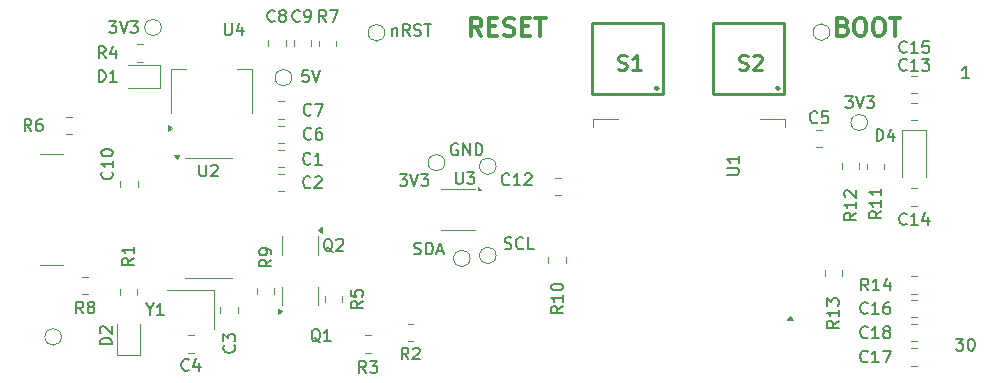
<source format=gbr>
%TF.GenerationSoftware,KiCad,Pcbnew,8.0.6*%
%TF.CreationDate,2024-10-17T21:48:28+02:00*%
%TF.ProjectId,weatherStationBoard,77656174-6865-4725-9374-6174696f6e42,rev?*%
%TF.SameCoordinates,Original*%
%TF.FileFunction,Legend,Top*%
%TF.FilePolarity,Positive*%
%FSLAX46Y46*%
G04 Gerber Fmt 4.6, Leading zero omitted, Abs format (unit mm)*
G04 Created by KiCad (PCBNEW 8.0.6) date 2024-10-17 21:48:28*
%MOMM*%
%LPD*%
G01*
G04 APERTURE LIST*
%ADD10C,0.200000*%
%ADD11C,0.300000*%
%ADD12C,0.150000*%
%ADD13C,0.254000*%
%ADD14C,0.120000*%
G04 APERTURE END LIST*
D10*
X184393482Y-107964838D02*
X184298244Y-107917219D01*
X184298244Y-107917219D02*
X184155387Y-107917219D01*
X184155387Y-107917219D02*
X184012530Y-107964838D01*
X184012530Y-107964838D02*
X183917292Y-108060076D01*
X183917292Y-108060076D02*
X183869673Y-108155314D01*
X183869673Y-108155314D02*
X183822054Y-108345790D01*
X183822054Y-108345790D02*
X183822054Y-108488647D01*
X183822054Y-108488647D02*
X183869673Y-108679123D01*
X183869673Y-108679123D02*
X183917292Y-108774361D01*
X183917292Y-108774361D02*
X184012530Y-108869600D01*
X184012530Y-108869600D02*
X184155387Y-108917219D01*
X184155387Y-108917219D02*
X184250625Y-108917219D01*
X184250625Y-108917219D02*
X184393482Y-108869600D01*
X184393482Y-108869600D02*
X184441101Y-108821980D01*
X184441101Y-108821980D02*
X184441101Y-108488647D01*
X184441101Y-108488647D02*
X184250625Y-108488647D01*
X184869673Y-108917219D02*
X184869673Y-107917219D01*
X184869673Y-107917219D02*
X185441101Y-108917219D01*
X185441101Y-108917219D02*
X185441101Y-107917219D01*
X185917292Y-108917219D02*
X185917292Y-107917219D01*
X185917292Y-107917219D02*
X186155387Y-107917219D01*
X186155387Y-107917219D02*
X186298244Y-107964838D01*
X186298244Y-107964838D02*
X186393482Y-108060076D01*
X186393482Y-108060076D02*
X186441101Y-108155314D01*
X186441101Y-108155314D02*
X186488720Y-108345790D01*
X186488720Y-108345790D02*
X186488720Y-108488647D01*
X186488720Y-108488647D02*
X186441101Y-108679123D01*
X186441101Y-108679123D02*
X186393482Y-108774361D01*
X186393482Y-108774361D02*
X186298244Y-108869600D01*
X186298244Y-108869600D02*
X186155387Y-108917219D01*
X186155387Y-108917219D02*
X185917292Y-108917219D01*
X188372054Y-116819600D02*
X188514911Y-116867219D01*
X188514911Y-116867219D02*
X188753006Y-116867219D01*
X188753006Y-116867219D02*
X188848244Y-116819600D01*
X188848244Y-116819600D02*
X188895863Y-116771980D01*
X188895863Y-116771980D02*
X188943482Y-116676742D01*
X188943482Y-116676742D02*
X188943482Y-116581504D01*
X188943482Y-116581504D02*
X188895863Y-116486266D01*
X188895863Y-116486266D02*
X188848244Y-116438647D01*
X188848244Y-116438647D02*
X188753006Y-116391028D01*
X188753006Y-116391028D02*
X188562530Y-116343409D01*
X188562530Y-116343409D02*
X188467292Y-116295790D01*
X188467292Y-116295790D02*
X188419673Y-116248171D01*
X188419673Y-116248171D02*
X188372054Y-116152933D01*
X188372054Y-116152933D02*
X188372054Y-116057695D01*
X188372054Y-116057695D02*
X188419673Y-115962457D01*
X188419673Y-115962457D02*
X188467292Y-115914838D01*
X188467292Y-115914838D02*
X188562530Y-115867219D01*
X188562530Y-115867219D02*
X188800625Y-115867219D01*
X188800625Y-115867219D02*
X188943482Y-115914838D01*
X189943482Y-116771980D02*
X189895863Y-116819600D01*
X189895863Y-116819600D02*
X189753006Y-116867219D01*
X189753006Y-116867219D02*
X189657768Y-116867219D01*
X189657768Y-116867219D02*
X189514911Y-116819600D01*
X189514911Y-116819600D02*
X189419673Y-116724361D01*
X189419673Y-116724361D02*
X189372054Y-116629123D01*
X189372054Y-116629123D02*
X189324435Y-116438647D01*
X189324435Y-116438647D02*
X189324435Y-116295790D01*
X189324435Y-116295790D02*
X189372054Y-116105314D01*
X189372054Y-116105314D02*
X189419673Y-116010076D01*
X189419673Y-116010076D02*
X189514911Y-115914838D01*
X189514911Y-115914838D02*
X189657768Y-115867219D01*
X189657768Y-115867219D02*
X189753006Y-115867219D01*
X189753006Y-115867219D02*
X189895863Y-115914838D01*
X189895863Y-115914838D02*
X189943482Y-115962457D01*
X190848244Y-116867219D02*
X190372054Y-116867219D01*
X190372054Y-116867219D02*
X190372054Y-115867219D01*
X178859673Y-98160552D02*
X178859673Y-98827219D01*
X178859673Y-98255790D02*
X178907292Y-98208171D01*
X178907292Y-98208171D02*
X179002530Y-98160552D01*
X179002530Y-98160552D02*
X179145387Y-98160552D01*
X179145387Y-98160552D02*
X179240625Y-98208171D01*
X179240625Y-98208171D02*
X179288244Y-98303409D01*
X179288244Y-98303409D02*
X179288244Y-98827219D01*
X180335863Y-98827219D02*
X180002530Y-98351028D01*
X179764435Y-98827219D02*
X179764435Y-97827219D01*
X179764435Y-97827219D02*
X180145387Y-97827219D01*
X180145387Y-97827219D02*
X180240625Y-97874838D01*
X180240625Y-97874838D02*
X180288244Y-97922457D01*
X180288244Y-97922457D02*
X180335863Y-98017695D01*
X180335863Y-98017695D02*
X180335863Y-98160552D01*
X180335863Y-98160552D02*
X180288244Y-98255790D01*
X180288244Y-98255790D02*
X180240625Y-98303409D01*
X180240625Y-98303409D02*
X180145387Y-98351028D01*
X180145387Y-98351028D02*
X179764435Y-98351028D01*
X180716816Y-98779600D02*
X180859673Y-98827219D01*
X180859673Y-98827219D02*
X181097768Y-98827219D01*
X181097768Y-98827219D02*
X181193006Y-98779600D01*
X181193006Y-98779600D02*
X181240625Y-98731980D01*
X181240625Y-98731980D02*
X181288244Y-98636742D01*
X181288244Y-98636742D02*
X181288244Y-98541504D01*
X181288244Y-98541504D02*
X181240625Y-98446266D01*
X181240625Y-98446266D02*
X181193006Y-98398647D01*
X181193006Y-98398647D02*
X181097768Y-98351028D01*
X181097768Y-98351028D02*
X180907292Y-98303409D01*
X180907292Y-98303409D02*
X180812054Y-98255790D01*
X180812054Y-98255790D02*
X180764435Y-98208171D01*
X180764435Y-98208171D02*
X180716816Y-98112933D01*
X180716816Y-98112933D02*
X180716816Y-98017695D01*
X180716816Y-98017695D02*
X180764435Y-97922457D01*
X180764435Y-97922457D02*
X180812054Y-97874838D01*
X180812054Y-97874838D02*
X180907292Y-97827219D01*
X180907292Y-97827219D02*
X181145387Y-97827219D01*
X181145387Y-97827219D02*
X181288244Y-97874838D01*
X181573959Y-97827219D02*
X182145387Y-97827219D01*
X181859673Y-98827219D02*
X181859673Y-97827219D01*
X179474435Y-110517219D02*
X180093482Y-110517219D01*
X180093482Y-110517219D02*
X179760149Y-110898171D01*
X179760149Y-110898171D02*
X179903006Y-110898171D01*
X179903006Y-110898171D02*
X179998244Y-110945790D01*
X179998244Y-110945790D02*
X180045863Y-110993409D01*
X180045863Y-110993409D02*
X180093482Y-111088647D01*
X180093482Y-111088647D02*
X180093482Y-111326742D01*
X180093482Y-111326742D02*
X180045863Y-111421980D01*
X180045863Y-111421980D02*
X179998244Y-111469600D01*
X179998244Y-111469600D02*
X179903006Y-111517219D01*
X179903006Y-111517219D02*
X179617292Y-111517219D01*
X179617292Y-111517219D02*
X179522054Y-111469600D01*
X179522054Y-111469600D02*
X179474435Y-111421980D01*
X180379197Y-110517219D02*
X180712530Y-111517219D01*
X180712530Y-111517219D02*
X181045863Y-110517219D01*
X181283959Y-110517219D02*
X181903006Y-110517219D01*
X181903006Y-110517219D02*
X181569673Y-110898171D01*
X181569673Y-110898171D02*
X181712530Y-110898171D01*
X181712530Y-110898171D02*
X181807768Y-110945790D01*
X181807768Y-110945790D02*
X181855387Y-110993409D01*
X181855387Y-110993409D02*
X181903006Y-111088647D01*
X181903006Y-111088647D02*
X181903006Y-111326742D01*
X181903006Y-111326742D02*
X181855387Y-111421980D01*
X181855387Y-111421980D02*
X181807768Y-111469600D01*
X181807768Y-111469600D02*
X181712530Y-111517219D01*
X181712530Y-111517219D02*
X181426816Y-111517219D01*
X181426816Y-111517219D02*
X181331578Y-111469600D01*
X181331578Y-111469600D02*
X181283959Y-111421980D01*
X171745863Y-101717219D02*
X171269673Y-101717219D01*
X171269673Y-101717219D02*
X171222054Y-102193409D01*
X171222054Y-102193409D02*
X171269673Y-102145790D01*
X171269673Y-102145790D02*
X171364911Y-102098171D01*
X171364911Y-102098171D02*
X171603006Y-102098171D01*
X171603006Y-102098171D02*
X171698244Y-102145790D01*
X171698244Y-102145790D02*
X171745863Y-102193409D01*
X171745863Y-102193409D02*
X171793482Y-102288647D01*
X171793482Y-102288647D02*
X171793482Y-102526742D01*
X171793482Y-102526742D02*
X171745863Y-102621980D01*
X171745863Y-102621980D02*
X171698244Y-102669600D01*
X171698244Y-102669600D02*
X171603006Y-102717219D01*
X171603006Y-102717219D02*
X171364911Y-102717219D01*
X171364911Y-102717219D02*
X171269673Y-102669600D01*
X171269673Y-102669600D02*
X171222054Y-102621980D01*
X172079197Y-101717219D02*
X172412530Y-102717219D01*
X172412530Y-102717219D02*
X172745863Y-101717219D01*
D11*
X186411653Y-98800828D02*
X185911653Y-98086542D01*
X185554510Y-98800828D02*
X185554510Y-97300828D01*
X185554510Y-97300828D02*
X186125939Y-97300828D01*
X186125939Y-97300828D02*
X186268796Y-97372257D01*
X186268796Y-97372257D02*
X186340225Y-97443685D01*
X186340225Y-97443685D02*
X186411653Y-97586542D01*
X186411653Y-97586542D02*
X186411653Y-97800828D01*
X186411653Y-97800828D02*
X186340225Y-97943685D01*
X186340225Y-97943685D02*
X186268796Y-98015114D01*
X186268796Y-98015114D02*
X186125939Y-98086542D01*
X186125939Y-98086542D02*
X185554510Y-98086542D01*
X187054510Y-98015114D02*
X187554510Y-98015114D01*
X187768796Y-98800828D02*
X187054510Y-98800828D01*
X187054510Y-98800828D02*
X187054510Y-97300828D01*
X187054510Y-97300828D02*
X187768796Y-97300828D01*
X188340225Y-98729400D02*
X188554511Y-98800828D01*
X188554511Y-98800828D02*
X188911653Y-98800828D01*
X188911653Y-98800828D02*
X189054511Y-98729400D01*
X189054511Y-98729400D02*
X189125939Y-98657971D01*
X189125939Y-98657971D02*
X189197368Y-98515114D01*
X189197368Y-98515114D02*
X189197368Y-98372257D01*
X189197368Y-98372257D02*
X189125939Y-98229400D01*
X189125939Y-98229400D02*
X189054511Y-98157971D01*
X189054511Y-98157971D02*
X188911653Y-98086542D01*
X188911653Y-98086542D02*
X188625939Y-98015114D01*
X188625939Y-98015114D02*
X188483082Y-97943685D01*
X188483082Y-97943685D02*
X188411653Y-97872257D01*
X188411653Y-97872257D02*
X188340225Y-97729400D01*
X188340225Y-97729400D02*
X188340225Y-97586542D01*
X188340225Y-97586542D02*
X188411653Y-97443685D01*
X188411653Y-97443685D02*
X188483082Y-97372257D01*
X188483082Y-97372257D02*
X188625939Y-97300828D01*
X188625939Y-97300828D02*
X188983082Y-97300828D01*
X188983082Y-97300828D02*
X189197368Y-97372257D01*
X189840224Y-98015114D02*
X190340224Y-98015114D01*
X190554510Y-98800828D02*
X189840224Y-98800828D01*
X189840224Y-98800828D02*
X189840224Y-97300828D01*
X189840224Y-97300828D02*
X190554510Y-97300828D01*
X190983082Y-97300828D02*
X191840225Y-97300828D01*
X191411653Y-98800828D02*
X191411653Y-97300828D01*
D10*
X180722054Y-117269600D02*
X180864911Y-117317219D01*
X180864911Y-117317219D02*
X181103006Y-117317219D01*
X181103006Y-117317219D02*
X181198244Y-117269600D01*
X181198244Y-117269600D02*
X181245863Y-117221980D01*
X181245863Y-117221980D02*
X181293482Y-117126742D01*
X181293482Y-117126742D02*
X181293482Y-117031504D01*
X181293482Y-117031504D02*
X181245863Y-116936266D01*
X181245863Y-116936266D02*
X181198244Y-116888647D01*
X181198244Y-116888647D02*
X181103006Y-116841028D01*
X181103006Y-116841028D02*
X180912530Y-116793409D01*
X180912530Y-116793409D02*
X180817292Y-116745790D01*
X180817292Y-116745790D02*
X180769673Y-116698171D01*
X180769673Y-116698171D02*
X180722054Y-116602933D01*
X180722054Y-116602933D02*
X180722054Y-116507695D01*
X180722054Y-116507695D02*
X180769673Y-116412457D01*
X180769673Y-116412457D02*
X180817292Y-116364838D01*
X180817292Y-116364838D02*
X180912530Y-116317219D01*
X180912530Y-116317219D02*
X181150625Y-116317219D01*
X181150625Y-116317219D02*
X181293482Y-116364838D01*
X181722054Y-117317219D02*
X181722054Y-116317219D01*
X181722054Y-116317219D02*
X181960149Y-116317219D01*
X181960149Y-116317219D02*
X182103006Y-116364838D01*
X182103006Y-116364838D02*
X182198244Y-116460076D01*
X182198244Y-116460076D02*
X182245863Y-116555314D01*
X182245863Y-116555314D02*
X182293482Y-116745790D01*
X182293482Y-116745790D02*
X182293482Y-116888647D01*
X182293482Y-116888647D02*
X182245863Y-117079123D01*
X182245863Y-117079123D02*
X182198244Y-117174361D01*
X182198244Y-117174361D02*
X182103006Y-117269600D01*
X182103006Y-117269600D02*
X181960149Y-117317219D01*
X181960149Y-117317219D02*
X181722054Y-117317219D01*
X182674435Y-117031504D02*
X183150625Y-117031504D01*
X182579197Y-117317219D02*
X182912530Y-116317219D01*
X182912530Y-116317219D02*
X183245863Y-117317219D01*
X217224435Y-103917219D02*
X217843482Y-103917219D01*
X217843482Y-103917219D02*
X217510149Y-104298171D01*
X217510149Y-104298171D02*
X217653006Y-104298171D01*
X217653006Y-104298171D02*
X217748244Y-104345790D01*
X217748244Y-104345790D02*
X217795863Y-104393409D01*
X217795863Y-104393409D02*
X217843482Y-104488647D01*
X217843482Y-104488647D02*
X217843482Y-104726742D01*
X217843482Y-104726742D02*
X217795863Y-104821980D01*
X217795863Y-104821980D02*
X217748244Y-104869600D01*
X217748244Y-104869600D02*
X217653006Y-104917219D01*
X217653006Y-104917219D02*
X217367292Y-104917219D01*
X217367292Y-104917219D02*
X217272054Y-104869600D01*
X217272054Y-104869600D02*
X217224435Y-104821980D01*
X218129197Y-103917219D02*
X218462530Y-104917219D01*
X218462530Y-104917219D02*
X218795863Y-103917219D01*
X219033959Y-103917219D02*
X219653006Y-103917219D01*
X219653006Y-103917219D02*
X219319673Y-104298171D01*
X219319673Y-104298171D02*
X219462530Y-104298171D01*
X219462530Y-104298171D02*
X219557768Y-104345790D01*
X219557768Y-104345790D02*
X219605387Y-104393409D01*
X219605387Y-104393409D02*
X219653006Y-104488647D01*
X219653006Y-104488647D02*
X219653006Y-104726742D01*
X219653006Y-104726742D02*
X219605387Y-104821980D01*
X219605387Y-104821980D02*
X219557768Y-104869600D01*
X219557768Y-104869600D02*
X219462530Y-104917219D01*
X219462530Y-104917219D02*
X219176816Y-104917219D01*
X219176816Y-104917219D02*
X219081578Y-104869600D01*
X219081578Y-104869600D02*
X219033959Y-104821980D01*
D11*
X217054510Y-98015114D02*
X217268796Y-98086542D01*
X217268796Y-98086542D02*
X217340225Y-98157971D01*
X217340225Y-98157971D02*
X217411653Y-98300828D01*
X217411653Y-98300828D02*
X217411653Y-98515114D01*
X217411653Y-98515114D02*
X217340225Y-98657971D01*
X217340225Y-98657971D02*
X217268796Y-98729400D01*
X217268796Y-98729400D02*
X217125939Y-98800828D01*
X217125939Y-98800828D02*
X216554510Y-98800828D01*
X216554510Y-98800828D02*
X216554510Y-97300828D01*
X216554510Y-97300828D02*
X217054510Y-97300828D01*
X217054510Y-97300828D02*
X217197368Y-97372257D01*
X217197368Y-97372257D02*
X217268796Y-97443685D01*
X217268796Y-97443685D02*
X217340225Y-97586542D01*
X217340225Y-97586542D02*
X217340225Y-97729400D01*
X217340225Y-97729400D02*
X217268796Y-97872257D01*
X217268796Y-97872257D02*
X217197368Y-97943685D01*
X217197368Y-97943685D02*
X217054510Y-98015114D01*
X217054510Y-98015114D02*
X216554510Y-98015114D01*
X218340225Y-97300828D02*
X218625939Y-97300828D01*
X218625939Y-97300828D02*
X218768796Y-97372257D01*
X218768796Y-97372257D02*
X218911653Y-97515114D01*
X218911653Y-97515114D02*
X218983082Y-97800828D01*
X218983082Y-97800828D02*
X218983082Y-98300828D01*
X218983082Y-98300828D02*
X218911653Y-98586542D01*
X218911653Y-98586542D02*
X218768796Y-98729400D01*
X218768796Y-98729400D02*
X218625939Y-98800828D01*
X218625939Y-98800828D02*
X218340225Y-98800828D01*
X218340225Y-98800828D02*
X218197368Y-98729400D01*
X218197368Y-98729400D02*
X218054510Y-98586542D01*
X218054510Y-98586542D02*
X217983082Y-98300828D01*
X217983082Y-98300828D02*
X217983082Y-97800828D01*
X217983082Y-97800828D02*
X218054510Y-97515114D01*
X218054510Y-97515114D02*
X218197368Y-97372257D01*
X218197368Y-97372257D02*
X218340225Y-97300828D01*
X219911654Y-97300828D02*
X220197368Y-97300828D01*
X220197368Y-97300828D02*
X220340225Y-97372257D01*
X220340225Y-97372257D02*
X220483082Y-97515114D01*
X220483082Y-97515114D02*
X220554511Y-97800828D01*
X220554511Y-97800828D02*
X220554511Y-98300828D01*
X220554511Y-98300828D02*
X220483082Y-98586542D01*
X220483082Y-98586542D02*
X220340225Y-98729400D01*
X220340225Y-98729400D02*
X220197368Y-98800828D01*
X220197368Y-98800828D02*
X219911654Y-98800828D01*
X219911654Y-98800828D02*
X219768797Y-98729400D01*
X219768797Y-98729400D02*
X219625939Y-98586542D01*
X219625939Y-98586542D02*
X219554511Y-98300828D01*
X219554511Y-98300828D02*
X219554511Y-97800828D01*
X219554511Y-97800828D02*
X219625939Y-97515114D01*
X219625939Y-97515114D02*
X219768797Y-97372257D01*
X219768797Y-97372257D02*
X219911654Y-97300828D01*
X220983083Y-97300828D02*
X221840226Y-97300828D01*
X221411654Y-98800828D02*
X221411654Y-97300828D01*
D10*
X154874435Y-97567219D02*
X155493482Y-97567219D01*
X155493482Y-97567219D02*
X155160149Y-97948171D01*
X155160149Y-97948171D02*
X155303006Y-97948171D01*
X155303006Y-97948171D02*
X155398244Y-97995790D01*
X155398244Y-97995790D02*
X155445863Y-98043409D01*
X155445863Y-98043409D02*
X155493482Y-98138647D01*
X155493482Y-98138647D02*
X155493482Y-98376742D01*
X155493482Y-98376742D02*
X155445863Y-98471980D01*
X155445863Y-98471980D02*
X155398244Y-98519600D01*
X155398244Y-98519600D02*
X155303006Y-98567219D01*
X155303006Y-98567219D02*
X155017292Y-98567219D01*
X155017292Y-98567219D02*
X154922054Y-98519600D01*
X154922054Y-98519600D02*
X154874435Y-98471980D01*
X155779197Y-97567219D02*
X156112530Y-98567219D01*
X156112530Y-98567219D02*
X156445863Y-97567219D01*
X156683959Y-97567219D02*
X157303006Y-97567219D01*
X157303006Y-97567219D02*
X156969673Y-97948171D01*
X156969673Y-97948171D02*
X157112530Y-97948171D01*
X157112530Y-97948171D02*
X157207768Y-97995790D01*
X157207768Y-97995790D02*
X157255387Y-98043409D01*
X157255387Y-98043409D02*
X157303006Y-98138647D01*
X157303006Y-98138647D02*
X157303006Y-98376742D01*
X157303006Y-98376742D02*
X157255387Y-98471980D01*
X157255387Y-98471980D02*
X157207768Y-98519600D01*
X157207768Y-98519600D02*
X157112530Y-98567219D01*
X157112530Y-98567219D02*
X156826816Y-98567219D01*
X156826816Y-98567219D02*
X156731578Y-98519600D01*
X156731578Y-98519600D02*
X156683959Y-98471980D01*
D12*
X161633333Y-127059580D02*
X161585714Y-127107200D01*
X161585714Y-127107200D02*
X161442857Y-127154819D01*
X161442857Y-127154819D02*
X161347619Y-127154819D01*
X161347619Y-127154819D02*
X161204762Y-127107200D01*
X161204762Y-127107200D02*
X161109524Y-127011961D01*
X161109524Y-127011961D02*
X161061905Y-126916723D01*
X161061905Y-126916723D02*
X161014286Y-126726247D01*
X161014286Y-126726247D02*
X161014286Y-126583390D01*
X161014286Y-126583390D02*
X161061905Y-126392914D01*
X161061905Y-126392914D02*
X161109524Y-126297676D01*
X161109524Y-126297676D02*
X161204762Y-126202438D01*
X161204762Y-126202438D02*
X161347619Y-126154819D01*
X161347619Y-126154819D02*
X161442857Y-126154819D01*
X161442857Y-126154819D02*
X161585714Y-126202438D01*
X161585714Y-126202438D02*
X161633333Y-126250057D01*
X162490476Y-126488152D02*
X162490476Y-127154819D01*
X162252381Y-126107200D02*
X162014286Y-126821485D01*
X162014286Y-126821485D02*
X162633333Y-126821485D01*
D13*
X208221380Y-101625842D02*
X208402809Y-101686318D01*
X208402809Y-101686318D02*
X208705190Y-101686318D01*
X208705190Y-101686318D02*
X208826142Y-101625842D01*
X208826142Y-101625842D02*
X208886618Y-101565365D01*
X208886618Y-101565365D02*
X208947095Y-101444413D01*
X208947095Y-101444413D02*
X208947095Y-101323461D01*
X208947095Y-101323461D02*
X208886618Y-101202508D01*
X208886618Y-101202508D02*
X208826142Y-101142032D01*
X208826142Y-101142032D02*
X208705190Y-101081556D01*
X208705190Y-101081556D02*
X208463285Y-101021080D01*
X208463285Y-101021080D02*
X208342333Y-100960603D01*
X208342333Y-100960603D02*
X208281856Y-100900127D01*
X208281856Y-100900127D02*
X208221380Y-100779175D01*
X208221380Y-100779175D02*
X208221380Y-100658222D01*
X208221380Y-100658222D02*
X208281856Y-100537270D01*
X208281856Y-100537270D02*
X208342333Y-100476794D01*
X208342333Y-100476794D02*
X208463285Y-100416318D01*
X208463285Y-100416318D02*
X208765666Y-100416318D01*
X208765666Y-100416318D02*
X208947095Y-100476794D01*
X209430904Y-100537270D02*
X209491380Y-100476794D01*
X209491380Y-100476794D02*
X209612333Y-100416318D01*
X209612333Y-100416318D02*
X209914714Y-100416318D01*
X209914714Y-100416318D02*
X210035666Y-100476794D01*
X210035666Y-100476794D02*
X210096142Y-100537270D01*
X210096142Y-100537270D02*
X210156619Y-100658222D01*
X210156619Y-100658222D02*
X210156619Y-100779175D01*
X210156619Y-100779175D02*
X210096142Y-100960603D01*
X210096142Y-100960603D02*
X209370428Y-101686318D01*
X209370428Y-101686318D02*
X210156619Y-101686318D01*
D12*
X172754761Y-124750057D02*
X172659523Y-124702438D01*
X172659523Y-124702438D02*
X172564285Y-124607200D01*
X172564285Y-124607200D02*
X172421428Y-124464342D01*
X172421428Y-124464342D02*
X172326190Y-124416723D01*
X172326190Y-124416723D02*
X172230952Y-124416723D01*
X172278571Y-124654819D02*
X172183333Y-124607200D01*
X172183333Y-124607200D02*
X172088095Y-124511961D01*
X172088095Y-124511961D02*
X172040476Y-124321485D01*
X172040476Y-124321485D02*
X172040476Y-123988152D01*
X172040476Y-123988152D02*
X172088095Y-123797676D01*
X172088095Y-123797676D02*
X172183333Y-123702438D01*
X172183333Y-123702438D02*
X172278571Y-123654819D01*
X172278571Y-123654819D02*
X172469047Y-123654819D01*
X172469047Y-123654819D02*
X172564285Y-123702438D01*
X172564285Y-123702438D02*
X172659523Y-123797676D01*
X172659523Y-123797676D02*
X172707142Y-123988152D01*
X172707142Y-123988152D02*
X172707142Y-124321485D01*
X172707142Y-124321485D02*
X172659523Y-124511961D01*
X172659523Y-124511961D02*
X172564285Y-124607200D01*
X172564285Y-124607200D02*
X172469047Y-124654819D01*
X172469047Y-124654819D02*
X172278571Y-124654819D01*
X173659523Y-124654819D02*
X173088095Y-124654819D01*
X173373809Y-124654819D02*
X173373809Y-123654819D01*
X173373809Y-123654819D02*
X173278571Y-123797676D01*
X173278571Y-123797676D02*
X173183333Y-123892914D01*
X173183333Y-123892914D02*
X173088095Y-123940533D01*
X176633333Y-127354819D02*
X176300000Y-126878628D01*
X176061905Y-127354819D02*
X176061905Y-126354819D01*
X176061905Y-126354819D02*
X176442857Y-126354819D01*
X176442857Y-126354819D02*
X176538095Y-126402438D01*
X176538095Y-126402438D02*
X176585714Y-126450057D01*
X176585714Y-126450057D02*
X176633333Y-126545295D01*
X176633333Y-126545295D02*
X176633333Y-126688152D01*
X176633333Y-126688152D02*
X176585714Y-126783390D01*
X176585714Y-126783390D02*
X176538095Y-126831009D01*
X176538095Y-126831009D02*
X176442857Y-126878628D01*
X176442857Y-126878628D02*
X176061905Y-126878628D01*
X176966667Y-126354819D02*
X177585714Y-126354819D01*
X177585714Y-126354819D02*
X177252381Y-126735771D01*
X177252381Y-126735771D02*
X177395238Y-126735771D01*
X177395238Y-126735771D02*
X177490476Y-126783390D01*
X177490476Y-126783390D02*
X177538095Y-126831009D01*
X177538095Y-126831009D02*
X177585714Y-126926247D01*
X177585714Y-126926247D02*
X177585714Y-127164342D01*
X177585714Y-127164342D02*
X177538095Y-127259580D01*
X177538095Y-127259580D02*
X177490476Y-127307200D01*
X177490476Y-127307200D02*
X177395238Y-127354819D01*
X177395238Y-127354819D02*
X177109524Y-127354819D01*
X177109524Y-127354819D02*
X177014286Y-127307200D01*
X177014286Y-127307200D02*
X176966667Y-127259580D01*
X220254819Y-113642857D02*
X219778628Y-113976190D01*
X220254819Y-114214285D02*
X219254819Y-114214285D01*
X219254819Y-114214285D02*
X219254819Y-113833333D01*
X219254819Y-113833333D02*
X219302438Y-113738095D01*
X219302438Y-113738095D02*
X219350057Y-113690476D01*
X219350057Y-113690476D02*
X219445295Y-113642857D01*
X219445295Y-113642857D02*
X219588152Y-113642857D01*
X219588152Y-113642857D02*
X219683390Y-113690476D01*
X219683390Y-113690476D02*
X219731009Y-113738095D01*
X219731009Y-113738095D02*
X219778628Y-113833333D01*
X219778628Y-113833333D02*
X219778628Y-114214285D01*
X220254819Y-112690476D02*
X220254819Y-113261904D01*
X220254819Y-112976190D02*
X219254819Y-112976190D01*
X219254819Y-112976190D02*
X219397676Y-113071428D01*
X219397676Y-113071428D02*
X219492914Y-113166666D01*
X219492914Y-113166666D02*
X219540533Y-113261904D01*
X220254819Y-111738095D02*
X220254819Y-112309523D01*
X220254819Y-112023809D02*
X219254819Y-112023809D01*
X219254819Y-112023809D02*
X219397676Y-112119047D01*
X219397676Y-112119047D02*
X219492914Y-112214285D01*
X219492914Y-112214285D02*
X219540533Y-112309523D01*
X218104819Y-113792857D02*
X217628628Y-114126190D01*
X218104819Y-114364285D02*
X217104819Y-114364285D01*
X217104819Y-114364285D02*
X217104819Y-113983333D01*
X217104819Y-113983333D02*
X217152438Y-113888095D01*
X217152438Y-113888095D02*
X217200057Y-113840476D01*
X217200057Y-113840476D02*
X217295295Y-113792857D01*
X217295295Y-113792857D02*
X217438152Y-113792857D01*
X217438152Y-113792857D02*
X217533390Y-113840476D01*
X217533390Y-113840476D02*
X217581009Y-113888095D01*
X217581009Y-113888095D02*
X217628628Y-113983333D01*
X217628628Y-113983333D02*
X217628628Y-114364285D01*
X218104819Y-112840476D02*
X218104819Y-113411904D01*
X218104819Y-113126190D02*
X217104819Y-113126190D01*
X217104819Y-113126190D02*
X217247676Y-113221428D01*
X217247676Y-113221428D02*
X217342914Y-113316666D01*
X217342914Y-113316666D02*
X217390533Y-113411904D01*
X217200057Y-112459523D02*
X217152438Y-112411904D01*
X217152438Y-112411904D02*
X217104819Y-112316666D01*
X217104819Y-112316666D02*
X217104819Y-112078571D01*
X217104819Y-112078571D02*
X217152438Y-111983333D01*
X217152438Y-111983333D02*
X217200057Y-111935714D01*
X217200057Y-111935714D02*
X217295295Y-111888095D01*
X217295295Y-111888095D02*
X217390533Y-111888095D01*
X217390533Y-111888095D02*
X217533390Y-111935714D01*
X217533390Y-111935714D02*
X218104819Y-112507142D01*
X218104819Y-112507142D02*
X218104819Y-111888095D01*
X165459580Y-125016666D02*
X165507200Y-125064285D01*
X165507200Y-125064285D02*
X165554819Y-125207142D01*
X165554819Y-125207142D02*
X165554819Y-125302380D01*
X165554819Y-125302380D02*
X165507200Y-125445237D01*
X165507200Y-125445237D02*
X165411961Y-125540475D01*
X165411961Y-125540475D02*
X165316723Y-125588094D01*
X165316723Y-125588094D02*
X165126247Y-125635713D01*
X165126247Y-125635713D02*
X164983390Y-125635713D01*
X164983390Y-125635713D02*
X164792914Y-125588094D01*
X164792914Y-125588094D02*
X164697676Y-125540475D01*
X164697676Y-125540475D02*
X164602438Y-125445237D01*
X164602438Y-125445237D02*
X164554819Y-125302380D01*
X164554819Y-125302380D02*
X164554819Y-125207142D01*
X164554819Y-125207142D02*
X164602438Y-125064285D01*
X164602438Y-125064285D02*
X164650057Y-125016666D01*
X164554819Y-124683332D02*
X164554819Y-124064285D01*
X164554819Y-124064285D02*
X164935771Y-124397618D01*
X164935771Y-124397618D02*
X164935771Y-124254761D01*
X164935771Y-124254761D02*
X164983390Y-124159523D01*
X164983390Y-124159523D02*
X165031009Y-124111904D01*
X165031009Y-124111904D02*
X165126247Y-124064285D01*
X165126247Y-124064285D02*
X165364342Y-124064285D01*
X165364342Y-124064285D02*
X165459580Y-124111904D01*
X165459580Y-124111904D02*
X165507200Y-124159523D01*
X165507200Y-124159523D02*
X165554819Y-124254761D01*
X165554819Y-124254761D02*
X165554819Y-124540475D01*
X165554819Y-124540475D02*
X165507200Y-124635713D01*
X165507200Y-124635713D02*
X165459580Y-124683332D01*
X193304819Y-121692857D02*
X192828628Y-122026190D01*
X193304819Y-122264285D02*
X192304819Y-122264285D01*
X192304819Y-122264285D02*
X192304819Y-121883333D01*
X192304819Y-121883333D02*
X192352438Y-121788095D01*
X192352438Y-121788095D02*
X192400057Y-121740476D01*
X192400057Y-121740476D02*
X192495295Y-121692857D01*
X192495295Y-121692857D02*
X192638152Y-121692857D01*
X192638152Y-121692857D02*
X192733390Y-121740476D01*
X192733390Y-121740476D02*
X192781009Y-121788095D01*
X192781009Y-121788095D02*
X192828628Y-121883333D01*
X192828628Y-121883333D02*
X192828628Y-122264285D01*
X193304819Y-120740476D02*
X193304819Y-121311904D01*
X193304819Y-121026190D02*
X192304819Y-121026190D01*
X192304819Y-121026190D02*
X192447676Y-121121428D01*
X192447676Y-121121428D02*
X192542914Y-121216666D01*
X192542914Y-121216666D02*
X192590533Y-121311904D01*
X192304819Y-120121428D02*
X192304819Y-120026190D01*
X192304819Y-120026190D02*
X192352438Y-119930952D01*
X192352438Y-119930952D02*
X192400057Y-119883333D01*
X192400057Y-119883333D02*
X192495295Y-119835714D01*
X192495295Y-119835714D02*
X192685771Y-119788095D01*
X192685771Y-119788095D02*
X192923866Y-119788095D01*
X192923866Y-119788095D02*
X193114342Y-119835714D01*
X193114342Y-119835714D02*
X193209580Y-119883333D01*
X193209580Y-119883333D02*
X193257200Y-119930952D01*
X193257200Y-119930952D02*
X193304819Y-120026190D01*
X193304819Y-120026190D02*
X193304819Y-120121428D01*
X193304819Y-120121428D02*
X193257200Y-120216666D01*
X193257200Y-120216666D02*
X193209580Y-120264285D01*
X193209580Y-120264285D02*
X193114342Y-120311904D01*
X193114342Y-120311904D02*
X192923866Y-120359523D01*
X192923866Y-120359523D02*
X192685771Y-120359523D01*
X192685771Y-120359523D02*
X192495295Y-120311904D01*
X192495295Y-120311904D02*
X192400057Y-120264285D01*
X192400057Y-120264285D02*
X192352438Y-120216666D01*
X192352438Y-120216666D02*
X192304819Y-120121428D01*
X164688095Y-97754819D02*
X164688095Y-98564342D01*
X164688095Y-98564342D02*
X164735714Y-98659580D01*
X164735714Y-98659580D02*
X164783333Y-98707200D01*
X164783333Y-98707200D02*
X164878571Y-98754819D01*
X164878571Y-98754819D02*
X165069047Y-98754819D01*
X165069047Y-98754819D02*
X165164285Y-98707200D01*
X165164285Y-98707200D02*
X165211904Y-98659580D01*
X165211904Y-98659580D02*
X165259523Y-98564342D01*
X165259523Y-98564342D02*
X165259523Y-97754819D01*
X166164285Y-98088152D02*
X166164285Y-98754819D01*
X165926190Y-97707200D02*
X165688095Y-98421485D01*
X165688095Y-98421485D02*
X166307142Y-98421485D01*
X173804761Y-117100057D02*
X173709523Y-117052438D01*
X173709523Y-117052438D02*
X173614285Y-116957200D01*
X173614285Y-116957200D02*
X173471428Y-116814342D01*
X173471428Y-116814342D02*
X173376190Y-116766723D01*
X173376190Y-116766723D02*
X173280952Y-116766723D01*
X173328571Y-117004819D02*
X173233333Y-116957200D01*
X173233333Y-116957200D02*
X173138095Y-116861961D01*
X173138095Y-116861961D02*
X173090476Y-116671485D01*
X173090476Y-116671485D02*
X173090476Y-116338152D01*
X173090476Y-116338152D02*
X173138095Y-116147676D01*
X173138095Y-116147676D02*
X173233333Y-116052438D01*
X173233333Y-116052438D02*
X173328571Y-116004819D01*
X173328571Y-116004819D02*
X173519047Y-116004819D01*
X173519047Y-116004819D02*
X173614285Y-116052438D01*
X173614285Y-116052438D02*
X173709523Y-116147676D01*
X173709523Y-116147676D02*
X173757142Y-116338152D01*
X173757142Y-116338152D02*
X173757142Y-116671485D01*
X173757142Y-116671485D02*
X173709523Y-116861961D01*
X173709523Y-116861961D02*
X173614285Y-116957200D01*
X173614285Y-116957200D02*
X173519047Y-117004819D01*
X173519047Y-117004819D02*
X173328571Y-117004819D01*
X174138095Y-116100057D02*
X174185714Y-116052438D01*
X174185714Y-116052438D02*
X174280952Y-116004819D01*
X174280952Y-116004819D02*
X174519047Y-116004819D01*
X174519047Y-116004819D02*
X174614285Y-116052438D01*
X174614285Y-116052438D02*
X174661904Y-116100057D01*
X174661904Y-116100057D02*
X174709523Y-116195295D01*
X174709523Y-116195295D02*
X174709523Y-116290533D01*
X174709523Y-116290533D02*
X174661904Y-116433390D01*
X174661904Y-116433390D02*
X174090476Y-117004819D01*
X174090476Y-117004819D02*
X174709523Y-117004819D01*
X154011905Y-102704819D02*
X154011905Y-101704819D01*
X154011905Y-101704819D02*
X154250000Y-101704819D01*
X154250000Y-101704819D02*
X154392857Y-101752438D01*
X154392857Y-101752438D02*
X154488095Y-101847676D01*
X154488095Y-101847676D02*
X154535714Y-101942914D01*
X154535714Y-101942914D02*
X154583333Y-102133390D01*
X154583333Y-102133390D02*
X154583333Y-102276247D01*
X154583333Y-102276247D02*
X154535714Y-102466723D01*
X154535714Y-102466723D02*
X154488095Y-102561961D01*
X154488095Y-102561961D02*
X154392857Y-102657200D01*
X154392857Y-102657200D02*
X154250000Y-102704819D01*
X154250000Y-102704819D02*
X154011905Y-102704819D01*
X155535714Y-102704819D02*
X154964286Y-102704819D01*
X155250000Y-102704819D02*
X155250000Y-101704819D01*
X155250000Y-101704819D02*
X155154762Y-101847676D01*
X155154762Y-101847676D02*
X155059524Y-101942914D01*
X155059524Y-101942914D02*
X154964286Y-101990533D01*
X171983333Y-107509580D02*
X171935714Y-107557200D01*
X171935714Y-107557200D02*
X171792857Y-107604819D01*
X171792857Y-107604819D02*
X171697619Y-107604819D01*
X171697619Y-107604819D02*
X171554762Y-107557200D01*
X171554762Y-107557200D02*
X171459524Y-107461961D01*
X171459524Y-107461961D02*
X171411905Y-107366723D01*
X171411905Y-107366723D02*
X171364286Y-107176247D01*
X171364286Y-107176247D02*
X171364286Y-107033390D01*
X171364286Y-107033390D02*
X171411905Y-106842914D01*
X171411905Y-106842914D02*
X171459524Y-106747676D01*
X171459524Y-106747676D02*
X171554762Y-106652438D01*
X171554762Y-106652438D02*
X171697619Y-106604819D01*
X171697619Y-106604819D02*
X171792857Y-106604819D01*
X171792857Y-106604819D02*
X171935714Y-106652438D01*
X171935714Y-106652438D02*
X171983333Y-106700057D01*
X172840476Y-106604819D02*
X172650000Y-106604819D01*
X172650000Y-106604819D02*
X172554762Y-106652438D01*
X172554762Y-106652438D02*
X172507143Y-106700057D01*
X172507143Y-106700057D02*
X172411905Y-106842914D01*
X172411905Y-106842914D02*
X172364286Y-107033390D01*
X172364286Y-107033390D02*
X172364286Y-107414342D01*
X172364286Y-107414342D02*
X172411905Y-107509580D01*
X172411905Y-107509580D02*
X172459524Y-107557200D01*
X172459524Y-107557200D02*
X172554762Y-107604819D01*
X172554762Y-107604819D02*
X172745238Y-107604819D01*
X172745238Y-107604819D02*
X172840476Y-107557200D01*
X172840476Y-107557200D02*
X172888095Y-107509580D01*
X172888095Y-107509580D02*
X172935714Y-107414342D01*
X172935714Y-107414342D02*
X172935714Y-107176247D01*
X172935714Y-107176247D02*
X172888095Y-107081009D01*
X172888095Y-107081009D02*
X172840476Y-107033390D01*
X172840476Y-107033390D02*
X172745238Y-106985771D01*
X172745238Y-106985771D02*
X172554762Y-106985771D01*
X172554762Y-106985771D02*
X172459524Y-107033390D01*
X172459524Y-107033390D02*
X172411905Y-107081009D01*
X172411905Y-107081009D02*
X172364286Y-107176247D01*
X171933333Y-111609580D02*
X171885714Y-111657200D01*
X171885714Y-111657200D02*
X171742857Y-111704819D01*
X171742857Y-111704819D02*
X171647619Y-111704819D01*
X171647619Y-111704819D02*
X171504762Y-111657200D01*
X171504762Y-111657200D02*
X171409524Y-111561961D01*
X171409524Y-111561961D02*
X171361905Y-111466723D01*
X171361905Y-111466723D02*
X171314286Y-111276247D01*
X171314286Y-111276247D02*
X171314286Y-111133390D01*
X171314286Y-111133390D02*
X171361905Y-110942914D01*
X171361905Y-110942914D02*
X171409524Y-110847676D01*
X171409524Y-110847676D02*
X171504762Y-110752438D01*
X171504762Y-110752438D02*
X171647619Y-110704819D01*
X171647619Y-110704819D02*
X171742857Y-110704819D01*
X171742857Y-110704819D02*
X171885714Y-110752438D01*
X171885714Y-110752438D02*
X171933333Y-110800057D01*
X172314286Y-110800057D02*
X172361905Y-110752438D01*
X172361905Y-110752438D02*
X172457143Y-110704819D01*
X172457143Y-110704819D02*
X172695238Y-110704819D01*
X172695238Y-110704819D02*
X172790476Y-110752438D01*
X172790476Y-110752438D02*
X172838095Y-110800057D01*
X172838095Y-110800057D02*
X172885714Y-110895295D01*
X172885714Y-110895295D02*
X172885714Y-110990533D01*
X172885714Y-110990533D02*
X172838095Y-111133390D01*
X172838095Y-111133390D02*
X172266667Y-111704819D01*
X172266667Y-111704819D02*
X172885714Y-111704819D01*
X219107142Y-124309580D02*
X219059523Y-124357200D01*
X219059523Y-124357200D02*
X218916666Y-124404819D01*
X218916666Y-124404819D02*
X218821428Y-124404819D01*
X218821428Y-124404819D02*
X218678571Y-124357200D01*
X218678571Y-124357200D02*
X218583333Y-124261961D01*
X218583333Y-124261961D02*
X218535714Y-124166723D01*
X218535714Y-124166723D02*
X218488095Y-123976247D01*
X218488095Y-123976247D02*
X218488095Y-123833390D01*
X218488095Y-123833390D02*
X218535714Y-123642914D01*
X218535714Y-123642914D02*
X218583333Y-123547676D01*
X218583333Y-123547676D02*
X218678571Y-123452438D01*
X218678571Y-123452438D02*
X218821428Y-123404819D01*
X218821428Y-123404819D02*
X218916666Y-123404819D01*
X218916666Y-123404819D02*
X219059523Y-123452438D01*
X219059523Y-123452438D02*
X219107142Y-123500057D01*
X220059523Y-124404819D02*
X219488095Y-124404819D01*
X219773809Y-124404819D02*
X219773809Y-123404819D01*
X219773809Y-123404819D02*
X219678571Y-123547676D01*
X219678571Y-123547676D02*
X219583333Y-123642914D01*
X219583333Y-123642914D02*
X219488095Y-123690533D01*
X220630952Y-123833390D02*
X220535714Y-123785771D01*
X220535714Y-123785771D02*
X220488095Y-123738152D01*
X220488095Y-123738152D02*
X220440476Y-123642914D01*
X220440476Y-123642914D02*
X220440476Y-123595295D01*
X220440476Y-123595295D02*
X220488095Y-123500057D01*
X220488095Y-123500057D02*
X220535714Y-123452438D01*
X220535714Y-123452438D02*
X220630952Y-123404819D01*
X220630952Y-123404819D02*
X220821428Y-123404819D01*
X220821428Y-123404819D02*
X220916666Y-123452438D01*
X220916666Y-123452438D02*
X220964285Y-123500057D01*
X220964285Y-123500057D02*
X221011904Y-123595295D01*
X221011904Y-123595295D02*
X221011904Y-123642914D01*
X221011904Y-123642914D02*
X220964285Y-123738152D01*
X220964285Y-123738152D02*
X220916666Y-123785771D01*
X220916666Y-123785771D02*
X220821428Y-123833390D01*
X220821428Y-123833390D02*
X220630952Y-123833390D01*
X220630952Y-123833390D02*
X220535714Y-123881009D01*
X220535714Y-123881009D02*
X220488095Y-123928628D01*
X220488095Y-123928628D02*
X220440476Y-124023866D01*
X220440476Y-124023866D02*
X220440476Y-124214342D01*
X220440476Y-124214342D02*
X220488095Y-124309580D01*
X220488095Y-124309580D02*
X220535714Y-124357200D01*
X220535714Y-124357200D02*
X220630952Y-124404819D01*
X220630952Y-124404819D02*
X220821428Y-124404819D01*
X220821428Y-124404819D02*
X220916666Y-124357200D01*
X220916666Y-124357200D02*
X220964285Y-124309580D01*
X220964285Y-124309580D02*
X221011904Y-124214342D01*
X221011904Y-124214342D02*
X221011904Y-124023866D01*
X221011904Y-124023866D02*
X220964285Y-123928628D01*
X220964285Y-123928628D02*
X220916666Y-123881009D01*
X220916666Y-123881009D02*
X220821428Y-123833390D01*
X176354819Y-121266666D02*
X175878628Y-121599999D01*
X176354819Y-121838094D02*
X175354819Y-121838094D01*
X175354819Y-121838094D02*
X175354819Y-121457142D01*
X175354819Y-121457142D02*
X175402438Y-121361904D01*
X175402438Y-121361904D02*
X175450057Y-121314285D01*
X175450057Y-121314285D02*
X175545295Y-121266666D01*
X175545295Y-121266666D02*
X175688152Y-121266666D01*
X175688152Y-121266666D02*
X175783390Y-121314285D01*
X175783390Y-121314285D02*
X175831009Y-121361904D01*
X175831009Y-121361904D02*
X175878628Y-121457142D01*
X175878628Y-121457142D02*
X175878628Y-121838094D01*
X175354819Y-120361904D02*
X175354819Y-120838094D01*
X175354819Y-120838094D02*
X175831009Y-120885713D01*
X175831009Y-120885713D02*
X175783390Y-120838094D01*
X175783390Y-120838094D02*
X175735771Y-120742856D01*
X175735771Y-120742856D02*
X175735771Y-120504761D01*
X175735771Y-120504761D02*
X175783390Y-120409523D01*
X175783390Y-120409523D02*
X175831009Y-120361904D01*
X175831009Y-120361904D02*
X175926247Y-120314285D01*
X175926247Y-120314285D02*
X176164342Y-120314285D01*
X176164342Y-120314285D02*
X176259580Y-120361904D01*
X176259580Y-120361904D02*
X176307200Y-120409523D01*
X176307200Y-120409523D02*
X176354819Y-120504761D01*
X176354819Y-120504761D02*
X176354819Y-120742856D01*
X176354819Y-120742856D02*
X176307200Y-120838094D01*
X176307200Y-120838094D02*
X176259580Y-120885713D01*
X152683333Y-122304819D02*
X152350000Y-121828628D01*
X152111905Y-122304819D02*
X152111905Y-121304819D01*
X152111905Y-121304819D02*
X152492857Y-121304819D01*
X152492857Y-121304819D02*
X152588095Y-121352438D01*
X152588095Y-121352438D02*
X152635714Y-121400057D01*
X152635714Y-121400057D02*
X152683333Y-121495295D01*
X152683333Y-121495295D02*
X152683333Y-121638152D01*
X152683333Y-121638152D02*
X152635714Y-121733390D01*
X152635714Y-121733390D02*
X152588095Y-121781009D01*
X152588095Y-121781009D02*
X152492857Y-121828628D01*
X152492857Y-121828628D02*
X152111905Y-121828628D01*
X153254762Y-121733390D02*
X153159524Y-121685771D01*
X153159524Y-121685771D02*
X153111905Y-121638152D01*
X153111905Y-121638152D02*
X153064286Y-121542914D01*
X153064286Y-121542914D02*
X153064286Y-121495295D01*
X153064286Y-121495295D02*
X153111905Y-121400057D01*
X153111905Y-121400057D02*
X153159524Y-121352438D01*
X153159524Y-121352438D02*
X153254762Y-121304819D01*
X153254762Y-121304819D02*
X153445238Y-121304819D01*
X153445238Y-121304819D02*
X153540476Y-121352438D01*
X153540476Y-121352438D02*
X153588095Y-121400057D01*
X153588095Y-121400057D02*
X153635714Y-121495295D01*
X153635714Y-121495295D02*
X153635714Y-121542914D01*
X153635714Y-121542914D02*
X153588095Y-121638152D01*
X153588095Y-121638152D02*
X153540476Y-121685771D01*
X153540476Y-121685771D02*
X153445238Y-121733390D01*
X153445238Y-121733390D02*
X153254762Y-121733390D01*
X153254762Y-121733390D02*
X153159524Y-121781009D01*
X153159524Y-121781009D02*
X153111905Y-121828628D01*
X153111905Y-121828628D02*
X153064286Y-121923866D01*
X153064286Y-121923866D02*
X153064286Y-122114342D01*
X153064286Y-122114342D02*
X153111905Y-122209580D01*
X153111905Y-122209580D02*
X153159524Y-122257200D01*
X153159524Y-122257200D02*
X153254762Y-122304819D01*
X153254762Y-122304819D02*
X153445238Y-122304819D01*
X153445238Y-122304819D02*
X153540476Y-122257200D01*
X153540476Y-122257200D02*
X153588095Y-122209580D01*
X153588095Y-122209580D02*
X153635714Y-122114342D01*
X153635714Y-122114342D02*
X153635714Y-121923866D01*
X153635714Y-121923866D02*
X153588095Y-121828628D01*
X153588095Y-121828628D02*
X153540476Y-121781009D01*
X153540476Y-121781009D02*
X153445238Y-121733390D01*
X214833333Y-106109580D02*
X214785714Y-106157200D01*
X214785714Y-106157200D02*
X214642857Y-106204819D01*
X214642857Y-106204819D02*
X214547619Y-106204819D01*
X214547619Y-106204819D02*
X214404762Y-106157200D01*
X214404762Y-106157200D02*
X214309524Y-106061961D01*
X214309524Y-106061961D02*
X214261905Y-105966723D01*
X214261905Y-105966723D02*
X214214286Y-105776247D01*
X214214286Y-105776247D02*
X214214286Y-105633390D01*
X214214286Y-105633390D02*
X214261905Y-105442914D01*
X214261905Y-105442914D02*
X214309524Y-105347676D01*
X214309524Y-105347676D02*
X214404762Y-105252438D01*
X214404762Y-105252438D02*
X214547619Y-105204819D01*
X214547619Y-105204819D02*
X214642857Y-105204819D01*
X214642857Y-105204819D02*
X214785714Y-105252438D01*
X214785714Y-105252438D02*
X214833333Y-105300057D01*
X215738095Y-105204819D02*
X215261905Y-105204819D01*
X215261905Y-105204819D02*
X215214286Y-105681009D01*
X215214286Y-105681009D02*
X215261905Y-105633390D01*
X215261905Y-105633390D02*
X215357143Y-105585771D01*
X215357143Y-105585771D02*
X215595238Y-105585771D01*
X215595238Y-105585771D02*
X215690476Y-105633390D01*
X215690476Y-105633390D02*
X215738095Y-105681009D01*
X215738095Y-105681009D02*
X215785714Y-105776247D01*
X215785714Y-105776247D02*
X215785714Y-106014342D01*
X215785714Y-106014342D02*
X215738095Y-106109580D01*
X215738095Y-106109580D02*
X215690476Y-106157200D01*
X215690476Y-106157200D02*
X215595238Y-106204819D01*
X215595238Y-106204819D02*
X215357143Y-106204819D01*
X215357143Y-106204819D02*
X215261905Y-106157200D01*
X215261905Y-106157200D02*
X215214286Y-106109580D01*
X171033333Y-97534580D02*
X170985714Y-97582200D01*
X170985714Y-97582200D02*
X170842857Y-97629819D01*
X170842857Y-97629819D02*
X170747619Y-97629819D01*
X170747619Y-97629819D02*
X170604762Y-97582200D01*
X170604762Y-97582200D02*
X170509524Y-97486961D01*
X170509524Y-97486961D02*
X170461905Y-97391723D01*
X170461905Y-97391723D02*
X170414286Y-97201247D01*
X170414286Y-97201247D02*
X170414286Y-97058390D01*
X170414286Y-97058390D02*
X170461905Y-96867914D01*
X170461905Y-96867914D02*
X170509524Y-96772676D01*
X170509524Y-96772676D02*
X170604762Y-96677438D01*
X170604762Y-96677438D02*
X170747619Y-96629819D01*
X170747619Y-96629819D02*
X170842857Y-96629819D01*
X170842857Y-96629819D02*
X170985714Y-96677438D01*
X170985714Y-96677438D02*
X171033333Y-96725057D01*
X171509524Y-97629819D02*
X171700000Y-97629819D01*
X171700000Y-97629819D02*
X171795238Y-97582200D01*
X171795238Y-97582200D02*
X171842857Y-97534580D01*
X171842857Y-97534580D02*
X171938095Y-97391723D01*
X171938095Y-97391723D02*
X171985714Y-97201247D01*
X171985714Y-97201247D02*
X171985714Y-96820295D01*
X171985714Y-96820295D02*
X171938095Y-96725057D01*
X171938095Y-96725057D02*
X171890476Y-96677438D01*
X171890476Y-96677438D02*
X171795238Y-96629819D01*
X171795238Y-96629819D02*
X171604762Y-96629819D01*
X171604762Y-96629819D02*
X171509524Y-96677438D01*
X171509524Y-96677438D02*
X171461905Y-96725057D01*
X171461905Y-96725057D02*
X171414286Y-96820295D01*
X171414286Y-96820295D02*
X171414286Y-97058390D01*
X171414286Y-97058390D02*
X171461905Y-97153628D01*
X171461905Y-97153628D02*
X171509524Y-97201247D01*
X171509524Y-97201247D02*
X171604762Y-97248866D01*
X171604762Y-97248866D02*
X171795238Y-97248866D01*
X171795238Y-97248866D02*
X171890476Y-97201247D01*
X171890476Y-97201247D02*
X171938095Y-97153628D01*
X171938095Y-97153628D02*
X171985714Y-97058390D01*
X219157142Y-120354819D02*
X218823809Y-119878628D01*
X218585714Y-120354819D02*
X218585714Y-119354819D01*
X218585714Y-119354819D02*
X218966666Y-119354819D01*
X218966666Y-119354819D02*
X219061904Y-119402438D01*
X219061904Y-119402438D02*
X219109523Y-119450057D01*
X219109523Y-119450057D02*
X219157142Y-119545295D01*
X219157142Y-119545295D02*
X219157142Y-119688152D01*
X219157142Y-119688152D02*
X219109523Y-119783390D01*
X219109523Y-119783390D02*
X219061904Y-119831009D01*
X219061904Y-119831009D02*
X218966666Y-119878628D01*
X218966666Y-119878628D02*
X218585714Y-119878628D01*
X220109523Y-120354819D02*
X219538095Y-120354819D01*
X219823809Y-120354819D02*
X219823809Y-119354819D01*
X219823809Y-119354819D02*
X219728571Y-119497676D01*
X219728571Y-119497676D02*
X219633333Y-119592914D01*
X219633333Y-119592914D02*
X219538095Y-119640533D01*
X220966666Y-119688152D02*
X220966666Y-120354819D01*
X220728571Y-119307200D02*
X220490476Y-120021485D01*
X220490476Y-120021485D02*
X221109523Y-120021485D01*
X180233333Y-126204819D02*
X179900000Y-125728628D01*
X179661905Y-126204819D02*
X179661905Y-125204819D01*
X179661905Y-125204819D02*
X180042857Y-125204819D01*
X180042857Y-125204819D02*
X180138095Y-125252438D01*
X180138095Y-125252438D02*
X180185714Y-125300057D01*
X180185714Y-125300057D02*
X180233333Y-125395295D01*
X180233333Y-125395295D02*
X180233333Y-125538152D01*
X180233333Y-125538152D02*
X180185714Y-125633390D01*
X180185714Y-125633390D02*
X180138095Y-125681009D01*
X180138095Y-125681009D02*
X180042857Y-125728628D01*
X180042857Y-125728628D02*
X179661905Y-125728628D01*
X180614286Y-125300057D02*
X180661905Y-125252438D01*
X180661905Y-125252438D02*
X180757143Y-125204819D01*
X180757143Y-125204819D02*
X180995238Y-125204819D01*
X180995238Y-125204819D02*
X181090476Y-125252438D01*
X181090476Y-125252438D02*
X181138095Y-125300057D01*
X181138095Y-125300057D02*
X181185714Y-125395295D01*
X181185714Y-125395295D02*
X181185714Y-125490533D01*
X181185714Y-125490533D02*
X181138095Y-125633390D01*
X181138095Y-125633390D02*
X180566667Y-126204819D01*
X180566667Y-126204819D02*
X181185714Y-126204819D01*
X207204819Y-110561904D02*
X208014342Y-110561904D01*
X208014342Y-110561904D02*
X208109580Y-110514285D01*
X208109580Y-110514285D02*
X208157200Y-110466666D01*
X208157200Y-110466666D02*
X208204819Y-110371428D01*
X208204819Y-110371428D02*
X208204819Y-110180952D01*
X208204819Y-110180952D02*
X208157200Y-110085714D01*
X208157200Y-110085714D02*
X208109580Y-110038095D01*
X208109580Y-110038095D02*
X208014342Y-109990476D01*
X208014342Y-109990476D02*
X207204819Y-109990476D01*
X208204819Y-108990476D02*
X208204819Y-109561904D01*
X208204819Y-109276190D02*
X207204819Y-109276190D01*
X207204819Y-109276190D02*
X207347676Y-109371428D01*
X207347676Y-109371428D02*
X207442914Y-109466666D01*
X207442914Y-109466666D02*
X207490533Y-109561904D01*
X171933333Y-109609580D02*
X171885714Y-109657200D01*
X171885714Y-109657200D02*
X171742857Y-109704819D01*
X171742857Y-109704819D02*
X171647619Y-109704819D01*
X171647619Y-109704819D02*
X171504762Y-109657200D01*
X171504762Y-109657200D02*
X171409524Y-109561961D01*
X171409524Y-109561961D02*
X171361905Y-109466723D01*
X171361905Y-109466723D02*
X171314286Y-109276247D01*
X171314286Y-109276247D02*
X171314286Y-109133390D01*
X171314286Y-109133390D02*
X171361905Y-108942914D01*
X171361905Y-108942914D02*
X171409524Y-108847676D01*
X171409524Y-108847676D02*
X171504762Y-108752438D01*
X171504762Y-108752438D02*
X171647619Y-108704819D01*
X171647619Y-108704819D02*
X171742857Y-108704819D01*
X171742857Y-108704819D02*
X171885714Y-108752438D01*
X171885714Y-108752438D02*
X171933333Y-108800057D01*
X172885714Y-109704819D02*
X172314286Y-109704819D01*
X172600000Y-109704819D02*
X172600000Y-108704819D01*
X172600000Y-108704819D02*
X172504762Y-108847676D01*
X172504762Y-108847676D02*
X172409524Y-108942914D01*
X172409524Y-108942914D02*
X172314286Y-108990533D01*
X222407142Y-114709580D02*
X222359523Y-114757200D01*
X222359523Y-114757200D02*
X222216666Y-114804819D01*
X222216666Y-114804819D02*
X222121428Y-114804819D01*
X222121428Y-114804819D02*
X221978571Y-114757200D01*
X221978571Y-114757200D02*
X221883333Y-114661961D01*
X221883333Y-114661961D02*
X221835714Y-114566723D01*
X221835714Y-114566723D02*
X221788095Y-114376247D01*
X221788095Y-114376247D02*
X221788095Y-114233390D01*
X221788095Y-114233390D02*
X221835714Y-114042914D01*
X221835714Y-114042914D02*
X221883333Y-113947676D01*
X221883333Y-113947676D02*
X221978571Y-113852438D01*
X221978571Y-113852438D02*
X222121428Y-113804819D01*
X222121428Y-113804819D02*
X222216666Y-113804819D01*
X222216666Y-113804819D02*
X222359523Y-113852438D01*
X222359523Y-113852438D02*
X222407142Y-113900057D01*
X223359523Y-114804819D02*
X222788095Y-114804819D01*
X223073809Y-114804819D02*
X223073809Y-113804819D01*
X223073809Y-113804819D02*
X222978571Y-113947676D01*
X222978571Y-113947676D02*
X222883333Y-114042914D01*
X222883333Y-114042914D02*
X222788095Y-114090533D01*
X224216666Y-114138152D02*
X224216666Y-114804819D01*
X223978571Y-113757200D02*
X223740476Y-114471485D01*
X223740476Y-114471485D02*
X224359523Y-114471485D01*
X226590476Y-124454819D02*
X227209523Y-124454819D01*
X227209523Y-124454819D02*
X226876190Y-124835771D01*
X226876190Y-124835771D02*
X227019047Y-124835771D01*
X227019047Y-124835771D02*
X227114285Y-124883390D01*
X227114285Y-124883390D02*
X227161904Y-124931009D01*
X227161904Y-124931009D02*
X227209523Y-125026247D01*
X227209523Y-125026247D02*
X227209523Y-125264342D01*
X227209523Y-125264342D02*
X227161904Y-125359580D01*
X227161904Y-125359580D02*
X227114285Y-125407200D01*
X227114285Y-125407200D02*
X227019047Y-125454819D01*
X227019047Y-125454819D02*
X226733333Y-125454819D01*
X226733333Y-125454819D02*
X226638095Y-125407200D01*
X226638095Y-125407200D02*
X226590476Y-125359580D01*
X227828571Y-124454819D02*
X227923809Y-124454819D01*
X227923809Y-124454819D02*
X228019047Y-124502438D01*
X228019047Y-124502438D02*
X228066666Y-124550057D01*
X228066666Y-124550057D02*
X228114285Y-124645295D01*
X228114285Y-124645295D02*
X228161904Y-124835771D01*
X228161904Y-124835771D02*
X228161904Y-125073866D01*
X228161904Y-125073866D02*
X228114285Y-125264342D01*
X228114285Y-125264342D02*
X228066666Y-125359580D01*
X228066666Y-125359580D02*
X228019047Y-125407200D01*
X228019047Y-125407200D02*
X227923809Y-125454819D01*
X227923809Y-125454819D02*
X227828571Y-125454819D01*
X227828571Y-125454819D02*
X227733333Y-125407200D01*
X227733333Y-125407200D02*
X227685714Y-125359580D01*
X227685714Y-125359580D02*
X227638095Y-125264342D01*
X227638095Y-125264342D02*
X227590476Y-125073866D01*
X227590476Y-125073866D02*
X227590476Y-124835771D01*
X227590476Y-124835771D02*
X227638095Y-124645295D01*
X227638095Y-124645295D02*
X227685714Y-124550057D01*
X227685714Y-124550057D02*
X227733333Y-124502438D01*
X227733333Y-124502438D02*
X227828571Y-124454819D01*
X227685714Y-102404819D02*
X227114286Y-102404819D01*
X227400000Y-102404819D02*
X227400000Y-101404819D01*
X227400000Y-101404819D02*
X227304762Y-101547676D01*
X227304762Y-101547676D02*
X227209524Y-101642914D01*
X227209524Y-101642914D02*
X227114286Y-101690533D01*
X155104819Y-124938094D02*
X154104819Y-124938094D01*
X154104819Y-124938094D02*
X154104819Y-124699999D01*
X154104819Y-124699999D02*
X154152438Y-124557142D01*
X154152438Y-124557142D02*
X154247676Y-124461904D01*
X154247676Y-124461904D02*
X154342914Y-124414285D01*
X154342914Y-124414285D02*
X154533390Y-124366666D01*
X154533390Y-124366666D02*
X154676247Y-124366666D01*
X154676247Y-124366666D02*
X154866723Y-124414285D01*
X154866723Y-124414285D02*
X154961961Y-124461904D01*
X154961961Y-124461904D02*
X155057200Y-124557142D01*
X155057200Y-124557142D02*
X155104819Y-124699999D01*
X155104819Y-124699999D02*
X155104819Y-124938094D01*
X154200057Y-123985713D02*
X154152438Y-123938094D01*
X154152438Y-123938094D02*
X154104819Y-123842856D01*
X154104819Y-123842856D02*
X154104819Y-123604761D01*
X154104819Y-123604761D02*
X154152438Y-123509523D01*
X154152438Y-123509523D02*
X154200057Y-123461904D01*
X154200057Y-123461904D02*
X154295295Y-123414285D01*
X154295295Y-123414285D02*
X154390533Y-123414285D01*
X154390533Y-123414285D02*
X154533390Y-123461904D01*
X154533390Y-123461904D02*
X155104819Y-124033332D01*
X155104819Y-124033332D02*
X155104819Y-123414285D01*
X148310833Y-106864819D02*
X147977500Y-106388628D01*
X147739405Y-106864819D02*
X147739405Y-105864819D01*
X147739405Y-105864819D02*
X148120357Y-105864819D01*
X148120357Y-105864819D02*
X148215595Y-105912438D01*
X148215595Y-105912438D02*
X148263214Y-105960057D01*
X148263214Y-105960057D02*
X148310833Y-106055295D01*
X148310833Y-106055295D02*
X148310833Y-106198152D01*
X148310833Y-106198152D02*
X148263214Y-106293390D01*
X148263214Y-106293390D02*
X148215595Y-106341009D01*
X148215595Y-106341009D02*
X148120357Y-106388628D01*
X148120357Y-106388628D02*
X147739405Y-106388628D01*
X149167976Y-105864819D02*
X148977500Y-105864819D01*
X148977500Y-105864819D02*
X148882262Y-105912438D01*
X148882262Y-105912438D02*
X148834643Y-105960057D01*
X148834643Y-105960057D02*
X148739405Y-106102914D01*
X148739405Y-106102914D02*
X148691786Y-106293390D01*
X148691786Y-106293390D02*
X148691786Y-106674342D01*
X148691786Y-106674342D02*
X148739405Y-106769580D01*
X148739405Y-106769580D02*
X148787024Y-106817200D01*
X148787024Y-106817200D02*
X148882262Y-106864819D01*
X148882262Y-106864819D02*
X149072738Y-106864819D01*
X149072738Y-106864819D02*
X149167976Y-106817200D01*
X149167976Y-106817200D02*
X149215595Y-106769580D01*
X149215595Y-106769580D02*
X149263214Y-106674342D01*
X149263214Y-106674342D02*
X149263214Y-106436247D01*
X149263214Y-106436247D02*
X149215595Y-106341009D01*
X149215595Y-106341009D02*
X149167976Y-106293390D01*
X149167976Y-106293390D02*
X149072738Y-106245771D01*
X149072738Y-106245771D02*
X148882262Y-106245771D01*
X148882262Y-106245771D02*
X148787024Y-106293390D01*
X148787024Y-106293390D02*
X148739405Y-106341009D01*
X148739405Y-106341009D02*
X148691786Y-106436247D01*
X188757142Y-111359580D02*
X188709523Y-111407200D01*
X188709523Y-111407200D02*
X188566666Y-111454819D01*
X188566666Y-111454819D02*
X188471428Y-111454819D01*
X188471428Y-111454819D02*
X188328571Y-111407200D01*
X188328571Y-111407200D02*
X188233333Y-111311961D01*
X188233333Y-111311961D02*
X188185714Y-111216723D01*
X188185714Y-111216723D02*
X188138095Y-111026247D01*
X188138095Y-111026247D02*
X188138095Y-110883390D01*
X188138095Y-110883390D02*
X188185714Y-110692914D01*
X188185714Y-110692914D02*
X188233333Y-110597676D01*
X188233333Y-110597676D02*
X188328571Y-110502438D01*
X188328571Y-110502438D02*
X188471428Y-110454819D01*
X188471428Y-110454819D02*
X188566666Y-110454819D01*
X188566666Y-110454819D02*
X188709523Y-110502438D01*
X188709523Y-110502438D02*
X188757142Y-110550057D01*
X189709523Y-111454819D02*
X189138095Y-111454819D01*
X189423809Y-111454819D02*
X189423809Y-110454819D01*
X189423809Y-110454819D02*
X189328571Y-110597676D01*
X189328571Y-110597676D02*
X189233333Y-110692914D01*
X189233333Y-110692914D02*
X189138095Y-110740533D01*
X190090476Y-110550057D02*
X190138095Y-110502438D01*
X190138095Y-110502438D02*
X190233333Y-110454819D01*
X190233333Y-110454819D02*
X190471428Y-110454819D01*
X190471428Y-110454819D02*
X190566666Y-110502438D01*
X190566666Y-110502438D02*
X190614285Y-110550057D01*
X190614285Y-110550057D02*
X190661904Y-110645295D01*
X190661904Y-110645295D02*
X190661904Y-110740533D01*
X190661904Y-110740533D02*
X190614285Y-110883390D01*
X190614285Y-110883390D02*
X190042857Y-111454819D01*
X190042857Y-111454819D02*
X190661904Y-111454819D01*
X155119580Y-110322857D02*
X155167200Y-110370476D01*
X155167200Y-110370476D02*
X155214819Y-110513333D01*
X155214819Y-110513333D02*
X155214819Y-110608571D01*
X155214819Y-110608571D02*
X155167200Y-110751428D01*
X155167200Y-110751428D02*
X155071961Y-110846666D01*
X155071961Y-110846666D02*
X154976723Y-110894285D01*
X154976723Y-110894285D02*
X154786247Y-110941904D01*
X154786247Y-110941904D02*
X154643390Y-110941904D01*
X154643390Y-110941904D02*
X154452914Y-110894285D01*
X154452914Y-110894285D02*
X154357676Y-110846666D01*
X154357676Y-110846666D02*
X154262438Y-110751428D01*
X154262438Y-110751428D02*
X154214819Y-110608571D01*
X154214819Y-110608571D02*
X154214819Y-110513333D01*
X154214819Y-110513333D02*
X154262438Y-110370476D01*
X154262438Y-110370476D02*
X154310057Y-110322857D01*
X155214819Y-109370476D02*
X155214819Y-109941904D01*
X155214819Y-109656190D02*
X154214819Y-109656190D01*
X154214819Y-109656190D02*
X154357676Y-109751428D01*
X154357676Y-109751428D02*
X154452914Y-109846666D01*
X154452914Y-109846666D02*
X154500533Y-109941904D01*
X154214819Y-108751428D02*
X154214819Y-108656190D01*
X154214819Y-108656190D02*
X154262438Y-108560952D01*
X154262438Y-108560952D02*
X154310057Y-108513333D01*
X154310057Y-108513333D02*
X154405295Y-108465714D01*
X154405295Y-108465714D02*
X154595771Y-108418095D01*
X154595771Y-108418095D02*
X154833866Y-108418095D01*
X154833866Y-108418095D02*
X155024342Y-108465714D01*
X155024342Y-108465714D02*
X155119580Y-108513333D01*
X155119580Y-108513333D02*
X155167200Y-108560952D01*
X155167200Y-108560952D02*
X155214819Y-108656190D01*
X155214819Y-108656190D02*
X155214819Y-108751428D01*
X155214819Y-108751428D02*
X155167200Y-108846666D01*
X155167200Y-108846666D02*
X155119580Y-108894285D01*
X155119580Y-108894285D02*
X155024342Y-108941904D01*
X155024342Y-108941904D02*
X154833866Y-108989523D01*
X154833866Y-108989523D02*
X154595771Y-108989523D01*
X154595771Y-108989523D02*
X154405295Y-108941904D01*
X154405295Y-108941904D02*
X154310057Y-108894285D01*
X154310057Y-108894285D02*
X154262438Y-108846666D01*
X154262438Y-108846666D02*
X154214819Y-108751428D01*
X171983333Y-105459580D02*
X171935714Y-105507200D01*
X171935714Y-105507200D02*
X171792857Y-105554819D01*
X171792857Y-105554819D02*
X171697619Y-105554819D01*
X171697619Y-105554819D02*
X171554762Y-105507200D01*
X171554762Y-105507200D02*
X171459524Y-105411961D01*
X171459524Y-105411961D02*
X171411905Y-105316723D01*
X171411905Y-105316723D02*
X171364286Y-105126247D01*
X171364286Y-105126247D02*
X171364286Y-104983390D01*
X171364286Y-104983390D02*
X171411905Y-104792914D01*
X171411905Y-104792914D02*
X171459524Y-104697676D01*
X171459524Y-104697676D02*
X171554762Y-104602438D01*
X171554762Y-104602438D02*
X171697619Y-104554819D01*
X171697619Y-104554819D02*
X171792857Y-104554819D01*
X171792857Y-104554819D02*
X171935714Y-104602438D01*
X171935714Y-104602438D02*
X171983333Y-104650057D01*
X172316667Y-104554819D02*
X172983333Y-104554819D01*
X172983333Y-104554819D02*
X172554762Y-105554819D01*
X162538095Y-109704819D02*
X162538095Y-110514342D01*
X162538095Y-110514342D02*
X162585714Y-110609580D01*
X162585714Y-110609580D02*
X162633333Y-110657200D01*
X162633333Y-110657200D02*
X162728571Y-110704819D01*
X162728571Y-110704819D02*
X162919047Y-110704819D01*
X162919047Y-110704819D02*
X163014285Y-110657200D01*
X163014285Y-110657200D02*
X163061904Y-110609580D01*
X163061904Y-110609580D02*
X163109523Y-110514342D01*
X163109523Y-110514342D02*
X163109523Y-109704819D01*
X163538095Y-109800057D02*
X163585714Y-109752438D01*
X163585714Y-109752438D02*
X163680952Y-109704819D01*
X163680952Y-109704819D02*
X163919047Y-109704819D01*
X163919047Y-109704819D02*
X164014285Y-109752438D01*
X164014285Y-109752438D02*
X164061904Y-109800057D01*
X164061904Y-109800057D02*
X164109523Y-109895295D01*
X164109523Y-109895295D02*
X164109523Y-109990533D01*
X164109523Y-109990533D02*
X164061904Y-110133390D01*
X164061904Y-110133390D02*
X163490476Y-110704819D01*
X163490476Y-110704819D02*
X164109523Y-110704819D01*
X216654819Y-122942857D02*
X216178628Y-123276190D01*
X216654819Y-123514285D02*
X215654819Y-123514285D01*
X215654819Y-123514285D02*
X215654819Y-123133333D01*
X215654819Y-123133333D02*
X215702438Y-123038095D01*
X215702438Y-123038095D02*
X215750057Y-122990476D01*
X215750057Y-122990476D02*
X215845295Y-122942857D01*
X215845295Y-122942857D02*
X215988152Y-122942857D01*
X215988152Y-122942857D02*
X216083390Y-122990476D01*
X216083390Y-122990476D02*
X216131009Y-123038095D01*
X216131009Y-123038095D02*
X216178628Y-123133333D01*
X216178628Y-123133333D02*
X216178628Y-123514285D01*
X216654819Y-121990476D02*
X216654819Y-122561904D01*
X216654819Y-122276190D02*
X215654819Y-122276190D01*
X215654819Y-122276190D02*
X215797676Y-122371428D01*
X215797676Y-122371428D02*
X215892914Y-122466666D01*
X215892914Y-122466666D02*
X215940533Y-122561904D01*
X215654819Y-121657142D02*
X215654819Y-121038095D01*
X215654819Y-121038095D02*
X216035771Y-121371428D01*
X216035771Y-121371428D02*
X216035771Y-121228571D01*
X216035771Y-121228571D02*
X216083390Y-121133333D01*
X216083390Y-121133333D02*
X216131009Y-121085714D01*
X216131009Y-121085714D02*
X216226247Y-121038095D01*
X216226247Y-121038095D02*
X216464342Y-121038095D01*
X216464342Y-121038095D02*
X216559580Y-121085714D01*
X216559580Y-121085714D02*
X216607200Y-121133333D01*
X216607200Y-121133333D02*
X216654819Y-121228571D01*
X216654819Y-121228571D02*
X216654819Y-121514285D01*
X216654819Y-121514285D02*
X216607200Y-121609523D01*
X216607200Y-121609523D02*
X216559580Y-121657142D01*
X158323809Y-121978628D02*
X158323809Y-122454819D01*
X157990476Y-121454819D02*
X158323809Y-121978628D01*
X158323809Y-121978628D02*
X158657142Y-121454819D01*
X159514285Y-122454819D02*
X158942857Y-122454819D01*
X159228571Y-122454819D02*
X159228571Y-121454819D01*
X159228571Y-121454819D02*
X159133333Y-121597676D01*
X159133333Y-121597676D02*
X159038095Y-121692914D01*
X159038095Y-121692914D02*
X158942857Y-121740533D01*
X184238095Y-110354819D02*
X184238095Y-111164342D01*
X184238095Y-111164342D02*
X184285714Y-111259580D01*
X184285714Y-111259580D02*
X184333333Y-111307200D01*
X184333333Y-111307200D02*
X184428571Y-111354819D01*
X184428571Y-111354819D02*
X184619047Y-111354819D01*
X184619047Y-111354819D02*
X184714285Y-111307200D01*
X184714285Y-111307200D02*
X184761904Y-111259580D01*
X184761904Y-111259580D02*
X184809523Y-111164342D01*
X184809523Y-111164342D02*
X184809523Y-110354819D01*
X185190476Y-110354819D02*
X185809523Y-110354819D01*
X185809523Y-110354819D02*
X185476190Y-110735771D01*
X185476190Y-110735771D02*
X185619047Y-110735771D01*
X185619047Y-110735771D02*
X185714285Y-110783390D01*
X185714285Y-110783390D02*
X185761904Y-110831009D01*
X185761904Y-110831009D02*
X185809523Y-110926247D01*
X185809523Y-110926247D02*
X185809523Y-111164342D01*
X185809523Y-111164342D02*
X185761904Y-111259580D01*
X185761904Y-111259580D02*
X185714285Y-111307200D01*
X185714285Y-111307200D02*
X185619047Y-111354819D01*
X185619047Y-111354819D02*
X185333333Y-111354819D01*
X185333333Y-111354819D02*
X185238095Y-111307200D01*
X185238095Y-111307200D02*
X185190476Y-111259580D01*
X168908333Y-97534580D02*
X168860714Y-97582200D01*
X168860714Y-97582200D02*
X168717857Y-97629819D01*
X168717857Y-97629819D02*
X168622619Y-97629819D01*
X168622619Y-97629819D02*
X168479762Y-97582200D01*
X168479762Y-97582200D02*
X168384524Y-97486961D01*
X168384524Y-97486961D02*
X168336905Y-97391723D01*
X168336905Y-97391723D02*
X168289286Y-97201247D01*
X168289286Y-97201247D02*
X168289286Y-97058390D01*
X168289286Y-97058390D02*
X168336905Y-96867914D01*
X168336905Y-96867914D02*
X168384524Y-96772676D01*
X168384524Y-96772676D02*
X168479762Y-96677438D01*
X168479762Y-96677438D02*
X168622619Y-96629819D01*
X168622619Y-96629819D02*
X168717857Y-96629819D01*
X168717857Y-96629819D02*
X168860714Y-96677438D01*
X168860714Y-96677438D02*
X168908333Y-96725057D01*
X169479762Y-97058390D02*
X169384524Y-97010771D01*
X169384524Y-97010771D02*
X169336905Y-96963152D01*
X169336905Y-96963152D02*
X169289286Y-96867914D01*
X169289286Y-96867914D02*
X169289286Y-96820295D01*
X169289286Y-96820295D02*
X169336905Y-96725057D01*
X169336905Y-96725057D02*
X169384524Y-96677438D01*
X169384524Y-96677438D02*
X169479762Y-96629819D01*
X169479762Y-96629819D02*
X169670238Y-96629819D01*
X169670238Y-96629819D02*
X169765476Y-96677438D01*
X169765476Y-96677438D02*
X169813095Y-96725057D01*
X169813095Y-96725057D02*
X169860714Y-96820295D01*
X169860714Y-96820295D02*
X169860714Y-96867914D01*
X169860714Y-96867914D02*
X169813095Y-96963152D01*
X169813095Y-96963152D02*
X169765476Y-97010771D01*
X169765476Y-97010771D02*
X169670238Y-97058390D01*
X169670238Y-97058390D02*
X169479762Y-97058390D01*
X169479762Y-97058390D02*
X169384524Y-97106009D01*
X169384524Y-97106009D02*
X169336905Y-97153628D01*
X169336905Y-97153628D02*
X169289286Y-97248866D01*
X169289286Y-97248866D02*
X169289286Y-97439342D01*
X169289286Y-97439342D02*
X169336905Y-97534580D01*
X169336905Y-97534580D02*
X169384524Y-97582200D01*
X169384524Y-97582200D02*
X169479762Y-97629819D01*
X169479762Y-97629819D02*
X169670238Y-97629819D01*
X169670238Y-97629819D02*
X169765476Y-97582200D01*
X169765476Y-97582200D02*
X169813095Y-97534580D01*
X169813095Y-97534580D02*
X169860714Y-97439342D01*
X169860714Y-97439342D02*
X169860714Y-97248866D01*
X169860714Y-97248866D02*
X169813095Y-97153628D01*
X169813095Y-97153628D02*
X169765476Y-97106009D01*
X169765476Y-97106009D02*
X169670238Y-97058390D01*
X168604819Y-117766666D02*
X168128628Y-118099999D01*
X168604819Y-118338094D02*
X167604819Y-118338094D01*
X167604819Y-118338094D02*
X167604819Y-117957142D01*
X167604819Y-117957142D02*
X167652438Y-117861904D01*
X167652438Y-117861904D02*
X167700057Y-117814285D01*
X167700057Y-117814285D02*
X167795295Y-117766666D01*
X167795295Y-117766666D02*
X167938152Y-117766666D01*
X167938152Y-117766666D02*
X168033390Y-117814285D01*
X168033390Y-117814285D02*
X168081009Y-117861904D01*
X168081009Y-117861904D02*
X168128628Y-117957142D01*
X168128628Y-117957142D02*
X168128628Y-118338094D01*
X168604819Y-117290475D02*
X168604819Y-117099999D01*
X168604819Y-117099999D02*
X168557200Y-117004761D01*
X168557200Y-117004761D02*
X168509580Y-116957142D01*
X168509580Y-116957142D02*
X168366723Y-116861904D01*
X168366723Y-116861904D02*
X168176247Y-116814285D01*
X168176247Y-116814285D02*
X167795295Y-116814285D01*
X167795295Y-116814285D02*
X167700057Y-116861904D01*
X167700057Y-116861904D02*
X167652438Y-116909523D01*
X167652438Y-116909523D02*
X167604819Y-117004761D01*
X167604819Y-117004761D02*
X167604819Y-117195237D01*
X167604819Y-117195237D02*
X167652438Y-117290475D01*
X167652438Y-117290475D02*
X167700057Y-117338094D01*
X167700057Y-117338094D02*
X167795295Y-117385713D01*
X167795295Y-117385713D02*
X168033390Y-117385713D01*
X168033390Y-117385713D02*
X168128628Y-117338094D01*
X168128628Y-117338094D02*
X168176247Y-117290475D01*
X168176247Y-117290475D02*
X168223866Y-117195237D01*
X168223866Y-117195237D02*
X168223866Y-117004761D01*
X168223866Y-117004761D02*
X168176247Y-116909523D01*
X168176247Y-116909523D02*
X168128628Y-116861904D01*
X168128628Y-116861904D02*
X168033390Y-116814285D01*
X219107142Y-126359580D02*
X219059523Y-126407200D01*
X219059523Y-126407200D02*
X218916666Y-126454819D01*
X218916666Y-126454819D02*
X218821428Y-126454819D01*
X218821428Y-126454819D02*
X218678571Y-126407200D01*
X218678571Y-126407200D02*
X218583333Y-126311961D01*
X218583333Y-126311961D02*
X218535714Y-126216723D01*
X218535714Y-126216723D02*
X218488095Y-126026247D01*
X218488095Y-126026247D02*
X218488095Y-125883390D01*
X218488095Y-125883390D02*
X218535714Y-125692914D01*
X218535714Y-125692914D02*
X218583333Y-125597676D01*
X218583333Y-125597676D02*
X218678571Y-125502438D01*
X218678571Y-125502438D02*
X218821428Y-125454819D01*
X218821428Y-125454819D02*
X218916666Y-125454819D01*
X218916666Y-125454819D02*
X219059523Y-125502438D01*
X219059523Y-125502438D02*
X219107142Y-125550057D01*
X220059523Y-126454819D02*
X219488095Y-126454819D01*
X219773809Y-126454819D02*
X219773809Y-125454819D01*
X219773809Y-125454819D02*
X219678571Y-125597676D01*
X219678571Y-125597676D02*
X219583333Y-125692914D01*
X219583333Y-125692914D02*
X219488095Y-125740533D01*
X220392857Y-125454819D02*
X221059523Y-125454819D01*
X221059523Y-125454819D02*
X220630952Y-126454819D01*
X219861905Y-107704819D02*
X219861905Y-106704819D01*
X219861905Y-106704819D02*
X220100000Y-106704819D01*
X220100000Y-106704819D02*
X220242857Y-106752438D01*
X220242857Y-106752438D02*
X220338095Y-106847676D01*
X220338095Y-106847676D02*
X220385714Y-106942914D01*
X220385714Y-106942914D02*
X220433333Y-107133390D01*
X220433333Y-107133390D02*
X220433333Y-107276247D01*
X220433333Y-107276247D02*
X220385714Y-107466723D01*
X220385714Y-107466723D02*
X220338095Y-107561961D01*
X220338095Y-107561961D02*
X220242857Y-107657200D01*
X220242857Y-107657200D02*
X220100000Y-107704819D01*
X220100000Y-107704819D02*
X219861905Y-107704819D01*
X221290476Y-107038152D02*
X221290476Y-107704819D01*
X221052381Y-106657200D02*
X220814286Y-107371485D01*
X220814286Y-107371485D02*
X221433333Y-107371485D01*
X219107142Y-122259580D02*
X219059523Y-122307200D01*
X219059523Y-122307200D02*
X218916666Y-122354819D01*
X218916666Y-122354819D02*
X218821428Y-122354819D01*
X218821428Y-122354819D02*
X218678571Y-122307200D01*
X218678571Y-122307200D02*
X218583333Y-122211961D01*
X218583333Y-122211961D02*
X218535714Y-122116723D01*
X218535714Y-122116723D02*
X218488095Y-121926247D01*
X218488095Y-121926247D02*
X218488095Y-121783390D01*
X218488095Y-121783390D02*
X218535714Y-121592914D01*
X218535714Y-121592914D02*
X218583333Y-121497676D01*
X218583333Y-121497676D02*
X218678571Y-121402438D01*
X218678571Y-121402438D02*
X218821428Y-121354819D01*
X218821428Y-121354819D02*
X218916666Y-121354819D01*
X218916666Y-121354819D02*
X219059523Y-121402438D01*
X219059523Y-121402438D02*
X219107142Y-121450057D01*
X220059523Y-122354819D02*
X219488095Y-122354819D01*
X219773809Y-122354819D02*
X219773809Y-121354819D01*
X219773809Y-121354819D02*
X219678571Y-121497676D01*
X219678571Y-121497676D02*
X219583333Y-121592914D01*
X219583333Y-121592914D02*
X219488095Y-121640533D01*
X220916666Y-121354819D02*
X220726190Y-121354819D01*
X220726190Y-121354819D02*
X220630952Y-121402438D01*
X220630952Y-121402438D02*
X220583333Y-121450057D01*
X220583333Y-121450057D02*
X220488095Y-121592914D01*
X220488095Y-121592914D02*
X220440476Y-121783390D01*
X220440476Y-121783390D02*
X220440476Y-122164342D01*
X220440476Y-122164342D02*
X220488095Y-122259580D01*
X220488095Y-122259580D02*
X220535714Y-122307200D01*
X220535714Y-122307200D02*
X220630952Y-122354819D01*
X220630952Y-122354819D02*
X220821428Y-122354819D01*
X220821428Y-122354819D02*
X220916666Y-122307200D01*
X220916666Y-122307200D02*
X220964285Y-122259580D01*
X220964285Y-122259580D02*
X221011904Y-122164342D01*
X221011904Y-122164342D02*
X221011904Y-121926247D01*
X221011904Y-121926247D02*
X220964285Y-121831009D01*
X220964285Y-121831009D02*
X220916666Y-121783390D01*
X220916666Y-121783390D02*
X220821428Y-121735771D01*
X220821428Y-121735771D02*
X220630952Y-121735771D01*
X220630952Y-121735771D02*
X220535714Y-121783390D01*
X220535714Y-121783390D02*
X220488095Y-121831009D01*
X220488095Y-121831009D02*
X220440476Y-121926247D01*
X173258333Y-97629819D02*
X172925000Y-97153628D01*
X172686905Y-97629819D02*
X172686905Y-96629819D01*
X172686905Y-96629819D02*
X173067857Y-96629819D01*
X173067857Y-96629819D02*
X173163095Y-96677438D01*
X173163095Y-96677438D02*
X173210714Y-96725057D01*
X173210714Y-96725057D02*
X173258333Y-96820295D01*
X173258333Y-96820295D02*
X173258333Y-96963152D01*
X173258333Y-96963152D02*
X173210714Y-97058390D01*
X173210714Y-97058390D02*
X173163095Y-97106009D01*
X173163095Y-97106009D02*
X173067857Y-97153628D01*
X173067857Y-97153628D02*
X172686905Y-97153628D01*
X173591667Y-96629819D02*
X174258333Y-96629819D01*
X174258333Y-96629819D02*
X173829762Y-97629819D01*
X222407142Y-101659580D02*
X222359523Y-101707200D01*
X222359523Y-101707200D02*
X222216666Y-101754819D01*
X222216666Y-101754819D02*
X222121428Y-101754819D01*
X222121428Y-101754819D02*
X221978571Y-101707200D01*
X221978571Y-101707200D02*
X221883333Y-101611961D01*
X221883333Y-101611961D02*
X221835714Y-101516723D01*
X221835714Y-101516723D02*
X221788095Y-101326247D01*
X221788095Y-101326247D02*
X221788095Y-101183390D01*
X221788095Y-101183390D02*
X221835714Y-100992914D01*
X221835714Y-100992914D02*
X221883333Y-100897676D01*
X221883333Y-100897676D02*
X221978571Y-100802438D01*
X221978571Y-100802438D02*
X222121428Y-100754819D01*
X222121428Y-100754819D02*
X222216666Y-100754819D01*
X222216666Y-100754819D02*
X222359523Y-100802438D01*
X222359523Y-100802438D02*
X222407142Y-100850057D01*
X223359523Y-101754819D02*
X222788095Y-101754819D01*
X223073809Y-101754819D02*
X223073809Y-100754819D01*
X223073809Y-100754819D02*
X222978571Y-100897676D01*
X222978571Y-100897676D02*
X222883333Y-100992914D01*
X222883333Y-100992914D02*
X222788095Y-101040533D01*
X223692857Y-100754819D02*
X224311904Y-100754819D01*
X224311904Y-100754819D02*
X223978571Y-101135771D01*
X223978571Y-101135771D02*
X224121428Y-101135771D01*
X224121428Y-101135771D02*
X224216666Y-101183390D01*
X224216666Y-101183390D02*
X224264285Y-101231009D01*
X224264285Y-101231009D02*
X224311904Y-101326247D01*
X224311904Y-101326247D02*
X224311904Y-101564342D01*
X224311904Y-101564342D02*
X224264285Y-101659580D01*
X224264285Y-101659580D02*
X224216666Y-101707200D01*
X224216666Y-101707200D02*
X224121428Y-101754819D01*
X224121428Y-101754819D02*
X223835714Y-101754819D01*
X223835714Y-101754819D02*
X223740476Y-101707200D01*
X223740476Y-101707200D02*
X223692857Y-101659580D01*
X154583333Y-100704819D02*
X154250000Y-100228628D01*
X154011905Y-100704819D02*
X154011905Y-99704819D01*
X154011905Y-99704819D02*
X154392857Y-99704819D01*
X154392857Y-99704819D02*
X154488095Y-99752438D01*
X154488095Y-99752438D02*
X154535714Y-99800057D01*
X154535714Y-99800057D02*
X154583333Y-99895295D01*
X154583333Y-99895295D02*
X154583333Y-100038152D01*
X154583333Y-100038152D02*
X154535714Y-100133390D01*
X154535714Y-100133390D02*
X154488095Y-100181009D01*
X154488095Y-100181009D02*
X154392857Y-100228628D01*
X154392857Y-100228628D02*
X154011905Y-100228628D01*
X155440476Y-100038152D02*
X155440476Y-100704819D01*
X155202381Y-99657200D02*
X154964286Y-100371485D01*
X154964286Y-100371485D02*
X155583333Y-100371485D01*
X222407142Y-100159580D02*
X222359523Y-100207200D01*
X222359523Y-100207200D02*
X222216666Y-100254819D01*
X222216666Y-100254819D02*
X222121428Y-100254819D01*
X222121428Y-100254819D02*
X221978571Y-100207200D01*
X221978571Y-100207200D02*
X221883333Y-100111961D01*
X221883333Y-100111961D02*
X221835714Y-100016723D01*
X221835714Y-100016723D02*
X221788095Y-99826247D01*
X221788095Y-99826247D02*
X221788095Y-99683390D01*
X221788095Y-99683390D02*
X221835714Y-99492914D01*
X221835714Y-99492914D02*
X221883333Y-99397676D01*
X221883333Y-99397676D02*
X221978571Y-99302438D01*
X221978571Y-99302438D02*
X222121428Y-99254819D01*
X222121428Y-99254819D02*
X222216666Y-99254819D01*
X222216666Y-99254819D02*
X222359523Y-99302438D01*
X222359523Y-99302438D02*
X222407142Y-99350057D01*
X223359523Y-100254819D02*
X222788095Y-100254819D01*
X223073809Y-100254819D02*
X223073809Y-99254819D01*
X223073809Y-99254819D02*
X222978571Y-99397676D01*
X222978571Y-99397676D02*
X222883333Y-99492914D01*
X222883333Y-99492914D02*
X222788095Y-99540533D01*
X224264285Y-99254819D02*
X223788095Y-99254819D01*
X223788095Y-99254819D02*
X223740476Y-99731009D01*
X223740476Y-99731009D02*
X223788095Y-99683390D01*
X223788095Y-99683390D02*
X223883333Y-99635771D01*
X223883333Y-99635771D02*
X224121428Y-99635771D01*
X224121428Y-99635771D02*
X224216666Y-99683390D01*
X224216666Y-99683390D02*
X224264285Y-99731009D01*
X224264285Y-99731009D02*
X224311904Y-99826247D01*
X224311904Y-99826247D02*
X224311904Y-100064342D01*
X224311904Y-100064342D02*
X224264285Y-100159580D01*
X224264285Y-100159580D02*
X224216666Y-100207200D01*
X224216666Y-100207200D02*
X224121428Y-100254819D01*
X224121428Y-100254819D02*
X223883333Y-100254819D01*
X223883333Y-100254819D02*
X223788095Y-100207200D01*
X223788095Y-100207200D02*
X223740476Y-100159580D01*
X156954819Y-117616666D02*
X156478628Y-117949999D01*
X156954819Y-118188094D02*
X155954819Y-118188094D01*
X155954819Y-118188094D02*
X155954819Y-117807142D01*
X155954819Y-117807142D02*
X156002438Y-117711904D01*
X156002438Y-117711904D02*
X156050057Y-117664285D01*
X156050057Y-117664285D02*
X156145295Y-117616666D01*
X156145295Y-117616666D02*
X156288152Y-117616666D01*
X156288152Y-117616666D02*
X156383390Y-117664285D01*
X156383390Y-117664285D02*
X156431009Y-117711904D01*
X156431009Y-117711904D02*
X156478628Y-117807142D01*
X156478628Y-117807142D02*
X156478628Y-118188094D01*
X156954819Y-116664285D02*
X156954819Y-117235713D01*
X156954819Y-116949999D02*
X155954819Y-116949999D01*
X155954819Y-116949999D02*
X156097676Y-117045237D01*
X156097676Y-117045237D02*
X156192914Y-117140475D01*
X156192914Y-117140475D02*
X156240533Y-117235713D01*
D13*
X197971380Y-101625842D02*
X198152809Y-101686318D01*
X198152809Y-101686318D02*
X198455190Y-101686318D01*
X198455190Y-101686318D02*
X198576142Y-101625842D01*
X198576142Y-101625842D02*
X198636618Y-101565365D01*
X198636618Y-101565365D02*
X198697095Y-101444413D01*
X198697095Y-101444413D02*
X198697095Y-101323461D01*
X198697095Y-101323461D02*
X198636618Y-101202508D01*
X198636618Y-101202508D02*
X198576142Y-101142032D01*
X198576142Y-101142032D02*
X198455190Y-101081556D01*
X198455190Y-101081556D02*
X198213285Y-101021080D01*
X198213285Y-101021080D02*
X198092333Y-100960603D01*
X198092333Y-100960603D02*
X198031856Y-100900127D01*
X198031856Y-100900127D02*
X197971380Y-100779175D01*
X197971380Y-100779175D02*
X197971380Y-100658222D01*
X197971380Y-100658222D02*
X198031856Y-100537270D01*
X198031856Y-100537270D02*
X198092333Y-100476794D01*
X198092333Y-100476794D02*
X198213285Y-100416318D01*
X198213285Y-100416318D02*
X198515666Y-100416318D01*
X198515666Y-100416318D02*
X198697095Y-100476794D01*
X199906619Y-101686318D02*
X199180904Y-101686318D01*
X199543761Y-101686318D02*
X199543761Y-100416318D01*
X199543761Y-100416318D02*
X199422809Y-100597746D01*
X199422809Y-100597746D02*
X199301857Y-100718699D01*
X199301857Y-100718699D02*
X199180904Y-100779175D01*
D14*
%TO.C,J1*%
X151025000Y-108805000D02*
X149025000Y-108805000D01*
X151025000Y-118205000D02*
X149025000Y-118205000D01*
%TO.C,C4*%
X161538748Y-124165000D02*
X162061252Y-124165000D01*
X161538748Y-125635000D02*
X162061252Y-125635000D01*
D13*
%TO.C,S2*%
X206000000Y-97750000D02*
X206000000Y-103750000D01*
X206000000Y-103750000D02*
X212000000Y-103750000D01*
X212000000Y-97750000D02*
X206000000Y-97750000D01*
X212000000Y-103750000D02*
X212000000Y-97750000D01*
X211620900Y-103250000D02*
G75*
G02*
X211379100Y-103250000I-120900J0D01*
G01*
X211379100Y-103250000D02*
G75*
G02*
X211620900Y-103250000I120900J0D01*
G01*
D14*
%TO.C,TP1*%
X170350000Y-102350000D02*
G75*
G02*
X168950000Y-102350000I-700000J0D01*
G01*
X168950000Y-102350000D02*
G75*
G02*
X170350000Y-102350000I700000J0D01*
G01*
%TO.C,Q1*%
X169490000Y-120837500D02*
X169490000Y-120037500D01*
X169490000Y-120837500D02*
X169490000Y-121637500D01*
X172610000Y-120837500D02*
X172610000Y-120037500D01*
X172610000Y-120837500D02*
X172610000Y-121637500D01*
X169540000Y-122137500D02*
X169210000Y-122377500D01*
X169210000Y-121897500D01*
X169540000Y-122137500D01*
G36*
X169540000Y-122137500D02*
G01*
X169210000Y-122377500D01*
X169210000Y-121897500D01*
X169540000Y-122137500D01*
G37*
%TO.C,R3*%
X176572936Y-124165000D02*
X177027064Y-124165000D01*
X176572936Y-125635000D02*
X177027064Y-125635000D01*
%TO.C,R11*%
X219040000Y-110077064D02*
X219040000Y-109622936D01*
X220510000Y-110077064D02*
X220510000Y-109622936D01*
%TO.C,R12*%
X216915000Y-109612936D02*
X216915000Y-110067064D01*
X218385000Y-109612936D02*
X218385000Y-110067064D01*
%TO.C,TP10*%
X187650000Y-109850000D02*
G75*
G02*
X186250000Y-109850000I-700000J0D01*
G01*
X186250000Y-109850000D02*
G75*
G02*
X187650000Y-109850000I700000J0D01*
G01*
%TO.C,TP9*%
X150850000Y-124300000D02*
G75*
G02*
X149450000Y-124300000I-700000J0D01*
G01*
X149450000Y-124300000D02*
G75*
G02*
X150850000Y-124300000I700000J0D01*
G01*
%TO.C,C3*%
X164315000Y-121738748D02*
X164315000Y-122261252D01*
X165785000Y-121738748D02*
X165785000Y-122261252D01*
%TO.C,R10*%
X192065000Y-117572936D02*
X192065000Y-118027064D01*
X193535000Y-117572936D02*
X193535000Y-118027064D01*
%TO.C,U4*%
X160140000Y-101590000D02*
X161400000Y-101590000D01*
X160140000Y-105350000D02*
X160140000Y-101590000D01*
X166960000Y-101590000D02*
X165700000Y-101590000D01*
X166960000Y-105350000D02*
X166960000Y-101590000D01*
X160240000Y-106630000D02*
X159910000Y-106870000D01*
X159910000Y-106390000D01*
X160240000Y-106630000D01*
G36*
X160240000Y-106630000D02*
G01*
X159910000Y-106870000D01*
X159910000Y-106390000D01*
X160240000Y-106630000D01*
G37*
%TO.C,Q2*%
X169490000Y-116537500D02*
X169490000Y-115737500D01*
X169490000Y-116537500D02*
X169490000Y-117337500D01*
X172610000Y-116537500D02*
X172610000Y-115737500D01*
X172610000Y-116537500D02*
X172610000Y-117337500D01*
X172890000Y-115477500D02*
X172560000Y-115237500D01*
X172890000Y-114997500D01*
X172890000Y-115477500D01*
G36*
X172890000Y-115477500D02*
G01*
X172560000Y-115237500D01*
X172890000Y-114997500D01*
X172890000Y-115477500D01*
G37*
%TO.C,TP2*%
X183300000Y-109550000D02*
G75*
G02*
X181900000Y-109550000I-700000J0D01*
G01*
X181900000Y-109550000D02*
G75*
G02*
X183300000Y-109550000I700000J0D01*
G01*
%TO.C,TP8*%
X219100000Y-106150000D02*
G75*
G02*
X217700000Y-106150000I-700000J0D01*
G01*
X217700000Y-106150000D02*
G75*
G02*
X219100000Y-106150000I700000J0D01*
G01*
%TO.C,D1*%
X156500000Y-103210000D02*
X159185000Y-103210000D01*
X159185000Y-101290000D02*
X156500000Y-101290000D01*
X159185000Y-103210000D02*
X159185000Y-101290000D01*
%TO.C,C6*%
X169188748Y-106415000D02*
X169711252Y-106415000D01*
X169188748Y-107885000D02*
X169711252Y-107885000D01*
%TO.C,C2*%
X169188748Y-110515000D02*
X169711252Y-110515000D01*
X169188748Y-111985000D02*
X169711252Y-111985000D01*
%TO.C,C18*%
X223311252Y-123215000D02*
X222788748Y-123215000D01*
X223311252Y-124685000D02*
X222788748Y-124685000D01*
%TO.C,R5*%
X173165000Y-121327064D02*
X173165000Y-120872936D01*
X174635000Y-121327064D02*
X174635000Y-120872936D01*
%TO.C,R8*%
X153077064Y-119235000D02*
X152622936Y-119235000D01*
X153077064Y-120705000D02*
X152622936Y-120705000D01*
%TO.C,C5*%
X214738748Y-106765000D02*
X215261252Y-106765000D01*
X214738748Y-108235000D02*
X215261252Y-108235000D01*
%TO.C,TP7*%
X159300000Y-98100000D02*
G75*
G02*
X157900000Y-98100000I-700000J0D01*
G01*
X157900000Y-98100000D02*
G75*
G02*
X159300000Y-98100000I700000J0D01*
G01*
%TO.C,C9*%
X170515000Y-99711252D02*
X170515000Y-99188748D01*
X171985000Y-99711252D02*
X171985000Y-99188748D01*
%TO.C,TP3*%
X185450000Y-117650000D02*
G75*
G02*
X184050000Y-117650000I-700000J0D01*
G01*
X184050000Y-117650000D02*
G75*
G02*
X185450000Y-117650000I700000J0D01*
G01*
%TO.C,R14*%
X222822936Y-119165000D02*
X223277064Y-119165000D01*
X222822936Y-120635000D02*
X223277064Y-120635000D01*
%TO.C,R2*%
X180172936Y-123165000D02*
X180627064Y-123165000D01*
X180172936Y-124635000D02*
X180627064Y-124635000D01*
%TO.C,U1*%
X195880000Y-105880000D02*
X198000000Y-105880000D01*
X195880000Y-106500000D02*
X195880000Y-105880000D01*
X210000000Y-105880000D02*
X212120000Y-105880000D01*
X212120000Y-105880000D02*
X212120000Y-106500000D01*
X212790000Y-122836000D02*
X212310000Y-122836000D01*
X212550000Y-122500000D01*
X212790000Y-122836000D01*
G36*
X212790000Y-122836000D02*
G01*
X212310000Y-122836000D01*
X212550000Y-122500000D01*
X212790000Y-122836000D01*
G37*
%TO.C,C1*%
X169188748Y-108465000D02*
X169711252Y-108465000D01*
X169188748Y-109935000D02*
X169711252Y-109935000D01*
%TO.C,C14*%
X223311252Y-111715000D02*
X222788748Y-111715000D01*
X223311252Y-113185000D02*
X222788748Y-113185000D01*
%TO.C,D2*%
X155590000Y-123187500D02*
X155590000Y-125872500D01*
X155590000Y-125872500D02*
X157510000Y-125872500D01*
X157510000Y-125872500D02*
X157510000Y-123187500D01*
%TO.C,R6*%
X151704564Y-105675000D02*
X151250436Y-105675000D01*
X151704564Y-107145000D02*
X151250436Y-107145000D01*
%TO.C,C12*%
X192638748Y-110815000D02*
X193161252Y-110815000D01*
X192638748Y-112285000D02*
X193161252Y-112285000D01*
%TO.C,C10*%
X155825000Y-111641252D02*
X155825000Y-111118748D01*
X157295000Y-111641252D02*
X157295000Y-111118748D01*
%TO.C,C7*%
X169188748Y-104365000D02*
X169711252Y-104365000D01*
X169188748Y-105835000D02*
X169711252Y-105835000D01*
%TO.C,TP5*%
X215900000Y-98500000D02*
G75*
G02*
X214500000Y-98500000I-700000J0D01*
G01*
X214500000Y-98500000D02*
G75*
G02*
X215900000Y-98500000I700000J0D01*
G01*
%TO.C,U2*%
X163300000Y-109190000D02*
X161350000Y-109190000D01*
X163300000Y-109190000D02*
X165250000Y-109190000D01*
X163300000Y-119310000D02*
X161350000Y-119310000D01*
X163300000Y-119310000D02*
X165250000Y-119310000D01*
X160600000Y-109245000D02*
X160360000Y-108915000D01*
X160840000Y-108915000D01*
X160600000Y-109245000D01*
G36*
X160600000Y-109245000D02*
G01*
X160360000Y-108915000D01*
X160840000Y-108915000D01*
X160600000Y-109245000D01*
G37*
%TO.C,R13*%
X215465000Y-118672936D02*
X215465000Y-119127064D01*
X216935000Y-118672936D02*
X216935000Y-119127064D01*
%TO.C,Y1*%
X163800000Y-120350000D02*
X159800000Y-120350000D01*
X163800000Y-123650000D02*
X163800000Y-120350000D01*
%TO.C,U3*%
X185860000Y-111790000D02*
X183000000Y-111790000D01*
X185860000Y-115210000D02*
X183000000Y-115210000D01*
X186380000Y-111900000D02*
X186100000Y-111900000D01*
X186100000Y-111620000D01*
X186380000Y-111900000D01*
G36*
X186380000Y-111900000D02*
G01*
X186100000Y-111900000D01*
X186100000Y-111620000D01*
X186380000Y-111900000D01*
G37*
%TO.C,C8*%
X168365000Y-99711252D02*
X168365000Y-99188748D01*
X169835000Y-99711252D02*
X169835000Y-99188748D01*
%TO.C,R9*%
X167415000Y-120172936D02*
X167415000Y-120627064D01*
X168885000Y-120172936D02*
X168885000Y-120627064D01*
%TO.C,C17*%
X223311252Y-125265000D02*
X222788748Y-125265000D01*
X223311252Y-126735000D02*
X222788748Y-126735000D01*
%TO.C,D4*%
X222050000Y-106740000D02*
X222050000Y-110750000D01*
X224050000Y-106740000D02*
X222050000Y-106740000D01*
X224050000Y-106740000D02*
X224050000Y-110750000D01*
%TO.C,C16*%
X223311252Y-121165000D02*
X222788748Y-121165000D01*
X223311252Y-122635000D02*
X222788748Y-122635000D01*
%TO.C,R7*%
X172665000Y-99222936D02*
X172665000Y-99677064D01*
X174135000Y-99222936D02*
X174135000Y-99677064D01*
%TO.C,TP4*%
X187650000Y-117400000D02*
G75*
G02*
X186250000Y-117400000I-700000J0D01*
G01*
X186250000Y-117400000D02*
G75*
G02*
X187650000Y-117400000I700000J0D01*
G01*
%TO.C,C13*%
X223311252Y-104465000D02*
X222788748Y-104465000D01*
X223311252Y-105935000D02*
X222788748Y-105935000D01*
%TO.C,R4*%
X157727064Y-99515000D02*
X157272936Y-99515000D01*
X157727064Y-100985000D02*
X157272936Y-100985000D01*
%TO.C,TP6*%
X178220000Y-98550000D02*
G75*
G02*
X176820000Y-98550000I-700000J0D01*
G01*
X176820000Y-98550000D02*
G75*
G02*
X178220000Y-98550000I700000J0D01*
G01*
%TO.C,C15*%
X223311252Y-102215000D02*
X222788748Y-102215000D01*
X223311252Y-103685000D02*
X222788748Y-103685000D01*
%TO.C,R1*%
X155815000Y-120272936D02*
X155815000Y-120727064D01*
X157285000Y-120272936D02*
X157285000Y-120727064D01*
D13*
%TO.C,S1*%
X195750000Y-97750000D02*
X195750000Y-103750000D01*
X195750000Y-103750000D02*
X201750000Y-103750000D01*
X201750000Y-97750000D02*
X195750000Y-97750000D01*
X201750000Y-103750000D02*
X201750000Y-97750000D01*
X201370900Y-103250000D02*
G75*
G02*
X201129100Y-103250000I-120900J0D01*
G01*
X201129100Y-103250000D02*
G75*
G02*
X201370900Y-103250000I120900J0D01*
G01*
%TD*%
M02*

</source>
